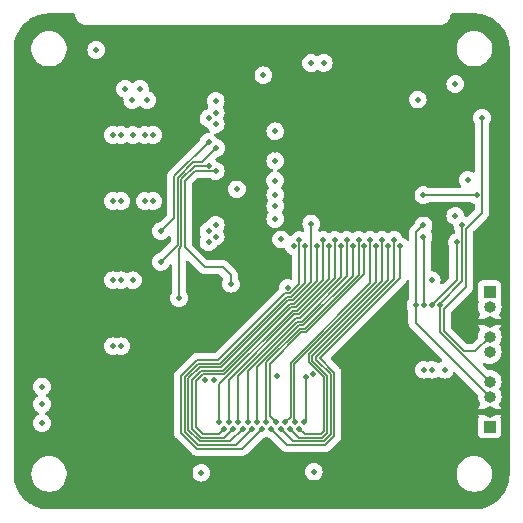
<source format=gbr>
%TF.GenerationSoftware,KiCad,Pcbnew,7.0.6*%
%TF.CreationDate,2023-09-15T14:04:58+02:00*%
%TF.ProjectId,V8,56382e6b-6963-4616-945f-706362585858,rev?*%
%TF.SameCoordinates,Original*%
%TF.FileFunction,Copper,L2,Inr*%
%TF.FilePolarity,Positive*%
%FSLAX46Y46*%
G04 Gerber Fmt 4.6, Leading zero omitted, Abs format (unit mm)*
G04 Created by KiCad (PCBNEW 7.0.6) date 2023-09-15 14:04:58*
%MOMM*%
%LPD*%
G01*
G04 APERTURE LIST*
%TA.AperFunction,ComponentPad*%
%ADD10R,1.000000X1.000000*%
%TD*%
%TA.AperFunction,ComponentPad*%
%ADD11O,1.000000X1.000000*%
%TD*%
%TA.AperFunction,ViaPad*%
%ADD12C,0.500000*%
%TD*%
%TA.AperFunction,Conductor*%
%ADD13C,0.200000*%
%TD*%
G04 APERTURE END LIST*
D10*
%TO.N,DCap*%
%TO.C,J8*%
X169300000Y-102590000D03*
D11*
%TO.N,SWCLK*%
X169300000Y-103860000D03*
%TO.N,OB GND*%
X169300000Y-105130000D03*
%TO.N,SWDIO*%
X169300000Y-106400000D03*
%TO.N,NRST*%
X169300000Y-107670000D03*
%TD*%
D10*
%TO.N,DCap*%
%TO.C,J2*%
X169300000Y-114000000D03*
D11*
%TO.N,OB GND*%
X169300000Y-112730000D03*
%TO.N,USART TX*%
X169300000Y-111460000D03*
%TO.N,USART RX*%
X169300000Y-110190000D03*
%TD*%
D12*
%TO.N,OB VBat*%
X151300000Y-109700000D03*
%TO.N,OPA1*%
X140800000Y-89300000D03*
X146100000Y-96900000D03*
%TO.N,1-*%
X140100000Y-89300000D03*
%TO.N,2-*%
X138100000Y-89300000D03*
%TO.N,OPA2*%
X145500000Y-97414069D03*
X137400000Y-89300000D03*
%TO.N,3-*%
X138100000Y-94900000D03*
%TO.N,OPA3*%
X146100000Y-97900000D03*
X137400000Y-94900000D03*
%TO.N,OPA4*%
X145500000Y-98400000D03*
X140800000Y-94900000D03*
%TO.N,4-*%
X140100000Y-94900000D03*
%TO.N,OPA5*%
X137400000Y-107200000D03*
X152700000Y-98700000D03*
%TO.N,5-*%
X138100000Y-107200000D03*
%TO.N,OPA6*%
X137400000Y-101600000D03*
X151650000Y-98150000D03*
%TO.N,6-*%
X138100000Y-101600000D03*
%TO.N,OB GND*%
X161900000Y-103700000D03*
X139100000Y-107200000D03*
X137400000Y-85400000D03*
X158880000Y-118000000D03*
X149400000Y-82400000D03*
X153050000Y-83200000D03*
X139100000Y-94900000D03*
X158900000Y-108900000D03*
X162550000Y-109180000D03*
X167020000Y-85700000D03*
X150100000Y-102200000D03*
X144500000Y-95500000D03*
X145200000Y-110005566D03*
X146000000Y-104400000D03*
X144000000Y-100700500D03*
X144750000Y-88900000D03*
X151150000Y-90600000D03*
X151150000Y-86425000D03*
X144800000Y-93300000D03*
X138052500Y-98750000D03*
X143300000Y-90650000D03*
%TO.N,Net-(U2-C1)*%
X139700000Y-85400000D03*
%TO.N,OSC_IN*%
X145500000Y-91900000D03*
X143000000Y-103100000D03*
%TO.N,OSC_OUT*%
X147400000Y-101900000D03*
X146100000Y-92349500D03*
%TO.N,OSC32_IN*%
X141452500Y-97450000D03*
X145500000Y-89900000D03*
%TO.N,Net-(U2-CAP)*%
X138437209Y-85408567D03*
%TO.N,OSC32_OUT*%
X146150500Y-90400000D03*
X141452500Y-100050000D03*
%TO.N,NRST*%
X147900000Y-93900000D03*
%TO.N,SPI NSS*%
X151150000Y-95300000D03*
X146100000Y-87400000D03*
%TO.N,SPI MOSI*%
X146100000Y-88400000D03*
%TO.N,SPI SCK*%
X146100000Y-86400000D03*
X151150000Y-91491144D03*
%TO.N,SPI MISO*%
X145500000Y-87900000D03*
%TO.N,OB SDA*%
X163725000Y-109180000D03*
%TO.N,OB SDB*%
X164425000Y-109180000D03*
%TO.N,OB SCK*%
X163700000Y-94400000D03*
X168200000Y-94400000D03*
%TO.N,OB PPS*%
X153600000Y-113600000D03*
X153750000Y-109800000D03*
%TO.N,USART RX*%
X165125000Y-103680000D03*
X167000000Y-96900000D03*
%TO.N,RS 485 RE*%
X164425000Y-103680000D03*
X166500000Y-98400000D03*
%TO.N,RS 485 DE*%
X163700000Y-97900000D03*
X163725000Y-103680000D03*
%TO.N,USART TX*%
X163700000Y-96950000D03*
X163025000Y-103680000D03*
%TO.N,DCap*%
X139100000Y-89300000D03*
X165500000Y-109180000D03*
X131400000Y-110600000D03*
X151150000Y-94350000D03*
X155250000Y-83200000D03*
X150150000Y-84250000D03*
X139100000Y-101600000D03*
X164400000Y-101600000D03*
X139050000Y-86350000D03*
X151150000Y-89000000D03*
X136000000Y-82100000D03*
X131400000Y-113700000D03*
X166400000Y-85000000D03*
X140299383Y-86350000D03*
X151142845Y-93157155D03*
X152200000Y-102250000D03*
X151150000Y-96400000D03*
X166400000Y-96150000D03*
X131400000Y-112100000D03*
X167450000Y-93100000D03*
%TO.N,OB 3v3*%
X154375354Y-109574647D03*
X144900000Y-117900000D03*
%TO.N,A02*%
X153200000Y-114200000D03*
X160200000Y-98200000D03*
%TO.N,A04*%
X160700000Y-98700000D03*
X152400000Y-114200000D03*
%TO.N,A06*%
X151600000Y-114200000D03*
X161200000Y-98200000D03*
%TO.N,A08*%
X150800000Y-114200000D03*
X161700000Y-98700000D03*
%TO.N,B02*%
X152800000Y-113600000D03*
X159700000Y-98700000D03*
%TO.N,B04*%
X152000000Y-113600000D03*
X159200000Y-98200000D03*
%TO.N,B06*%
X151200000Y-113600000D03*
X158700000Y-98700000D03*
%TO.N,B08*%
X150400000Y-113600000D03*
X158200000Y-98200000D03*
%TO.N,C01*%
X150000000Y-114200000D03*
X153200000Y-98200000D03*
%TO.N,C03*%
X153700000Y-98700000D03*
X149200000Y-114200000D03*
%TO.N,C05*%
X148400000Y-114200000D03*
X154200000Y-96800000D03*
%TO.N,C07*%
X147600000Y-114200000D03*
X154700000Y-98700000D03*
%TO.N,C09*%
X155200000Y-98200000D03*
X146800000Y-114200000D03*
%TO.N,D01*%
X157700000Y-98700000D03*
X149600000Y-113600000D03*
%TO.N,D03*%
X157200000Y-98200000D03*
X148800000Y-113600000D03*
%TO.N,D05*%
X148000000Y-113600000D03*
X156700000Y-98700000D03*
%TO.N,D07*%
X147200000Y-113600000D03*
X156200000Y-98200000D03*
%TO.N,D09*%
X155700000Y-98700000D03*
X146400000Y-113600000D03*
%TO.N,SWCLK*%
X163200000Y-86300000D03*
%TO.N,SWDIO*%
X168650000Y-87850000D03*
%TO.N,BOOT*%
X154182155Y-83217845D03*
%TO.N,OB 5v*%
X154400000Y-117800000D03*
X146000000Y-110005566D03*
%TD*%
D13*
%TO.N,B04*%
X152450000Y-113150000D02*
X152000000Y-113600000D01*
X152450000Y-108577565D02*
X152450000Y-113150000D01*
X159200000Y-101827565D02*
X152450000Y-108577565D01*
X159200000Y-98200000D02*
X159200000Y-101827565D01*
%TO.N,B06*%
X153366904Y-106000000D02*
X150700000Y-108666904D01*
X150700000Y-113100000D02*
X151200000Y-113600000D01*
X153753301Y-106000000D02*
X153366904Y-106000000D01*
X150700000Y-108666904D02*
X150700000Y-113100000D01*
X158700000Y-101053301D02*
X153753301Y-106000000D01*
X158700000Y-98700000D02*
X158700000Y-101053301D01*
%TO.N,B08*%
X153629037Y-105700000D02*
X153242640Y-105700000D01*
X150400000Y-108542640D02*
X150400000Y-113600000D01*
X158200000Y-101129037D02*
X153629037Y-105700000D01*
X158200000Y-98200000D02*
X158200000Y-101129037D01*
X153242640Y-105700000D02*
X150400000Y-108542640D01*
%TO.N,D01*%
X153118376Y-105400000D02*
X149600000Y-108918376D01*
X153504773Y-105400000D02*
X153118376Y-105400000D01*
X157700000Y-101204773D02*
X153504773Y-105400000D01*
X149600000Y-108918376D02*
X149600000Y-113600000D01*
X157700000Y-98700000D02*
X157700000Y-101204773D01*
%TO.N,D03*%
X148800000Y-109294112D02*
X148800000Y-113600000D01*
X152994112Y-105100000D02*
X148800000Y-109294112D01*
X153380509Y-105100000D02*
X152994112Y-105100000D01*
X157200000Y-101280509D02*
X153380509Y-105100000D01*
X157200000Y-98200000D02*
X157200000Y-101280509D01*
%TO.N,D05*%
X153256245Y-104800000D02*
X152869848Y-104800000D01*
X148000000Y-109669848D02*
X148000000Y-113600000D01*
X156700000Y-101356245D02*
X153256245Y-104800000D01*
X152869848Y-104800000D02*
X148000000Y-109669848D01*
X156700000Y-98700000D02*
X156700000Y-101356245D01*
%TO.N,D07*%
X147200000Y-110045584D02*
X147200000Y-113600000D01*
X152745584Y-104500000D02*
X147200000Y-110045584D01*
X156200000Y-101431981D02*
X153131981Y-104500000D01*
X156200000Y-98200000D02*
X156200000Y-101431981D01*
X153131981Y-104500000D02*
X152745584Y-104500000D01*
%TO.N,D09*%
X153007717Y-104200000D02*
X152621320Y-104200000D01*
X152621320Y-104200000D02*
X146400000Y-110421320D01*
X155700000Y-101507717D02*
X153007717Y-104200000D01*
X146400000Y-110421320D02*
X146400000Y-113600000D01*
X155700000Y-98700000D02*
X155700000Y-101507717D01*
%TO.N,C09*%
X146350000Y-114650000D02*
X146800000Y-114200000D01*
X145013603Y-114650000D02*
X146350000Y-114650000D01*
X144400000Y-114036397D02*
X145013603Y-114650000D01*
X146841490Y-109555566D02*
X145013603Y-109555566D01*
X145013603Y-109555566D02*
X144400000Y-110169169D01*
X152497056Y-103900000D02*
X146841490Y-109555566D01*
X152883453Y-103900000D02*
X152497056Y-103900000D01*
X155200000Y-101583453D02*
X152883453Y-103900000D01*
X144400000Y-110169169D02*
X144400000Y-114036397D01*
X155200000Y-98200000D02*
X155200000Y-101583453D01*
%TO.N,C07*%
X146850000Y-114950000D02*
X147600000Y-114200000D01*
X144889339Y-114950000D02*
X146850000Y-114950000D01*
X144100000Y-114160661D02*
X144889339Y-114950000D01*
X144889339Y-109255566D02*
X144100000Y-110044905D01*
X144100000Y-110044905D02*
X144100000Y-114160661D01*
X146717226Y-109255566D02*
X144889339Y-109255566D01*
X152759189Y-103600000D02*
X152372792Y-103600000D01*
X152372792Y-103600000D02*
X146717226Y-109255566D01*
X154700000Y-101659189D02*
X152759189Y-103600000D01*
X154700000Y-98700000D02*
X154700000Y-101659189D01*
%TO.N,C05*%
X144765075Y-115250000D02*
X147350000Y-115250000D01*
X143800000Y-114284925D02*
X144765075Y-115250000D01*
X144765075Y-108955566D02*
X143800000Y-109920641D01*
X152634925Y-103300000D02*
X152248528Y-103300000D01*
X143800000Y-109920641D02*
X143800000Y-114284925D01*
X154200000Y-101734925D02*
X152634925Y-103300000D01*
X154200000Y-96800000D02*
X154200000Y-101734925D01*
X147350000Y-115250000D02*
X148400000Y-114200000D01*
X152248528Y-103300000D02*
X146592962Y-108955566D01*
X146592962Y-108955566D02*
X144765075Y-108955566D01*
%TO.N,C03*%
X147850000Y-115550000D02*
X149200000Y-114200000D01*
X144640811Y-115550000D02*
X147850000Y-115550000D01*
X143500000Y-114409189D02*
X144640811Y-115550000D01*
X143500000Y-109796377D02*
X143500000Y-114409189D01*
X146468698Y-108655566D02*
X144640811Y-108655566D01*
X144640811Y-108655566D02*
X143500000Y-109796377D01*
X152510661Y-103000000D02*
X152124264Y-103000000D01*
X153700000Y-98700000D02*
X153700000Y-101810661D01*
X153700000Y-101810661D02*
X152510661Y-103000000D01*
X152124264Y-103000000D02*
X146468698Y-108655566D01*
%TO.N,C01*%
X144516547Y-115850000D02*
X148350000Y-115850000D01*
X143200000Y-109672113D02*
X143200000Y-114533453D01*
X152000000Y-102700000D02*
X146344434Y-108355566D01*
X148350000Y-115850000D02*
X150000000Y-114200000D01*
X146344434Y-108355566D02*
X144516547Y-108355566D01*
X153200000Y-101886397D02*
X152386397Y-102700000D01*
X144516547Y-108355566D02*
X143200000Y-109672113D01*
X143200000Y-114533453D02*
X144516547Y-115850000D01*
X153200000Y-98200000D02*
X153200000Y-101886397D01*
X152386397Y-102700000D02*
X152000000Y-102700000D01*
%TO.N,OSC_IN*%
X143200000Y-98726764D02*
X143200000Y-93048528D01*
X143200000Y-93048528D02*
X144348528Y-91900000D01*
X144348528Y-91900000D02*
X145500000Y-91900000D01*
X143000000Y-103100000D02*
X143000000Y-98926764D01*
X143000000Y-98926764D02*
X143200000Y-98726764D01*
%TO.N,OSC_OUT*%
X143500000Y-98800000D02*
X145200000Y-100500000D01*
X146100000Y-92349500D02*
X144323292Y-92349500D01*
X144323292Y-92349500D02*
X143500000Y-93172792D01*
X145200000Y-100500000D02*
X146700000Y-100500000D01*
X146700000Y-100500000D02*
X147400000Y-101200000D01*
X147400000Y-101200000D02*
X147400000Y-101900000D01*
X143500000Y-93172792D02*
X143500000Y-98800000D01*
%TO.N,OSC32_IN*%
X142600000Y-96302500D02*
X141452500Y-97450000D01*
X145500000Y-89900000D02*
X142600000Y-92800000D01*
X142600000Y-92800000D02*
X142600000Y-96302500D01*
%TO.N,OSC32_OUT*%
X142900000Y-92924264D02*
X142900000Y-98602500D01*
X144950500Y-91600000D02*
X144224264Y-91600000D01*
X142900000Y-98602500D02*
X141452500Y-100050000D01*
X144224264Y-91600000D02*
X142900000Y-92924264D01*
X146150500Y-90400000D02*
X144950500Y-91600000D01*
%TO.N,OB SCK*%
X168200000Y-94400000D02*
X163700000Y-94400000D01*
%TO.N,OB PPS*%
X153750000Y-109800000D02*
X153750000Y-113450000D01*
X153750000Y-113450000D02*
X153600000Y-113600000D01*
%TO.N,USART RX*%
X167000000Y-101700000D02*
X165125000Y-103575000D01*
X165125000Y-103575000D02*
X165125000Y-103680000D01*
X165125000Y-106015000D02*
X169300000Y-110190000D01*
X167000000Y-96900000D02*
X167000000Y-101700000D01*
X165125000Y-103680000D02*
X165125000Y-106015000D01*
%TO.N,RS 485 RE*%
X166500000Y-98400000D02*
X166500000Y-101605000D01*
X166500000Y-101605000D02*
X164425000Y-103680000D01*
%TO.N,RS 485 DE*%
X163725000Y-97925000D02*
X163700000Y-97900000D01*
X163725000Y-103680000D02*
X163725000Y-97925000D01*
%TO.N,USART TX*%
X163025000Y-105185000D02*
X169300000Y-111460000D01*
X163100000Y-97550000D02*
X163100000Y-103605000D01*
X163100000Y-103605000D02*
X163025000Y-103680000D01*
X163700000Y-96950000D02*
X163100000Y-97550000D01*
X163025000Y-103680000D02*
X163025000Y-105185000D01*
%TO.N,A02*%
X154000000Y-108563603D02*
X154000000Y-107876093D01*
X154000000Y-107876093D02*
X160200000Y-101676093D01*
X155250000Y-114386397D02*
X155250000Y-109813603D01*
X155250000Y-109813603D02*
X154000000Y-108563603D01*
X154986397Y-114650000D02*
X155250000Y-114386397D01*
X153650000Y-114650000D02*
X154986397Y-114650000D01*
X160200000Y-101676093D02*
X160200000Y-98200000D01*
X153200000Y-114200000D02*
X153650000Y-114650000D01*
%TO.N,A04*%
X155110661Y-114950000D02*
X153150000Y-114950000D01*
X160700000Y-98700000D02*
X160700000Y-101600357D01*
X153150000Y-114950000D02*
X152400000Y-114200000D01*
X155550000Y-109689339D02*
X155550000Y-114510661D01*
X155550000Y-114510661D02*
X155110661Y-114950000D01*
X160700000Y-101600357D02*
X154300000Y-108000357D01*
X154300000Y-108439339D02*
X155550000Y-109689339D01*
X154300000Y-108000357D02*
X154300000Y-108439339D01*
%TO.N,A06*%
X152650000Y-115250000D02*
X151600000Y-114200000D01*
X154600000Y-108315075D02*
X155850000Y-109565075D01*
X161200000Y-101524621D02*
X154600000Y-108124621D01*
X161200000Y-98200000D02*
X161200000Y-101524621D01*
X154600000Y-108124621D02*
X154600000Y-108315075D01*
X155234925Y-115250000D02*
X152650000Y-115250000D01*
X155850000Y-114634925D02*
X155234925Y-115250000D01*
X155850000Y-109565075D02*
X155850000Y-114634925D01*
%TO.N,A08*%
X152150000Y-115550000D02*
X150800000Y-114200000D01*
X161700000Y-101448885D02*
X154929037Y-108219848D01*
X155359189Y-115550000D02*
X152150000Y-115550000D01*
X154929037Y-108219848D02*
X156150000Y-109440811D01*
X156150000Y-109440811D02*
X156150000Y-114759189D01*
X156150000Y-114759189D02*
X155359189Y-115550000D01*
X161700000Y-98700000D02*
X161700000Y-101448885D01*
%TO.N,B02*%
X159700000Y-98700000D02*
X159700000Y-101751829D01*
X159700000Y-101751829D02*
X152750000Y-108701829D01*
X152750000Y-113550000D02*
X152800000Y-113600000D01*
X152750000Y-108701829D02*
X152750000Y-113550000D01*
%TO.N,SWDIO*%
X168650000Y-95886397D02*
X167300000Y-97236397D01*
X168100000Y-107600000D02*
X169300000Y-106400000D01*
X165425000Y-104075000D02*
X165425000Y-105890736D01*
X167134264Y-107600000D02*
X168100000Y-107600000D01*
X165425000Y-105890736D02*
X167134264Y-107600000D01*
X167300000Y-97236397D02*
X167300000Y-102200000D01*
X168650000Y-87850000D02*
X168650000Y-95886397D01*
X167300000Y-102200000D02*
X165425000Y-104075000D01*
%TD*%
%TA.AperFunction,Conductor*%
%TO.N,OB GND*%
G36*
X134154245Y-79020185D02*
G01*
X134200000Y-79072989D01*
X134209321Y-79102964D01*
X134214370Y-79131603D01*
X134217691Y-79150436D01*
X134216369Y-79162283D01*
X134223433Y-79185570D01*
X134225162Y-79192807D01*
X134237000Y-79259940D01*
X134265216Y-79337461D01*
X134266047Y-79350543D01*
X134274211Y-79365817D01*
X134281374Y-79381858D01*
X134296874Y-79424443D01*
X134296878Y-79424451D01*
X134345630Y-79508892D01*
X134349113Y-79523248D01*
X134358870Y-79535138D01*
X134370402Y-79551798D01*
X134372580Y-79555570D01*
X134384407Y-79576055D01*
X134384410Y-79576059D01*
X134387514Y-79580492D01*
X134387141Y-79580752D01*
X134396493Y-79594588D01*
X134398382Y-79598122D01*
X134416841Y-79614710D01*
X134455962Y-79661331D01*
X134462540Y-79676361D01*
X134473006Y-79684950D01*
X134489330Y-79701097D01*
X134496938Y-79710164D01*
X134506004Y-79717771D01*
X134522152Y-79734096D01*
X134526293Y-79739142D01*
X134545771Y-79751140D01*
X134592391Y-79790258D01*
X134602296Y-79805146D01*
X134612513Y-79810607D01*
X134626345Y-79819958D01*
X134626607Y-79819586D01*
X134631043Y-79822692D01*
X134631047Y-79822694D01*
X134631048Y-79822695D01*
X134655306Y-79836700D01*
X134671967Y-79848231D01*
X134678933Y-79853947D01*
X134698211Y-79861471D01*
X134782660Y-79910227D01*
X134825256Y-79925730D01*
X134841295Y-79932892D01*
X134851531Y-79938363D01*
X134869640Y-79941884D01*
X134947168Y-79970102D01*
X135014298Y-79981938D01*
X135021534Y-79983667D01*
X135039787Y-79989203D01*
X135056660Y-79989407D01*
X135119574Y-80000501D01*
X135207107Y-80000500D01*
X135209142Y-80000500D01*
X135215224Y-80000799D01*
X135251489Y-80004371D01*
X135274334Y-80000500D01*
X164904031Y-80000500D01*
X164925648Y-80006847D01*
X164988291Y-80000788D01*
X164994264Y-80000500D01*
X165087528Y-80000500D01*
X165087532Y-80000500D01*
X165150646Y-79989371D01*
X165162445Y-79990687D01*
X165185617Y-79983658D01*
X165192843Y-79981931D01*
X165259938Y-79970101D01*
X165259943Y-79970099D01*
X165259944Y-79970099D01*
X165298880Y-79955927D01*
X165337589Y-79941837D01*
X165350637Y-79941008D01*
X165365852Y-79932876D01*
X165381893Y-79925712D01*
X165424445Y-79910225D01*
X165508973Y-79861421D01*
X165523309Y-79857943D01*
X165535172Y-79848208D01*
X165551825Y-79836681D01*
X165576055Y-79822692D01*
X165576060Y-79822687D01*
X165580491Y-79819586D01*
X165580755Y-79819964D01*
X165594566Y-79810623D01*
X165598087Y-79808740D01*
X165614657Y-79790300D01*
X165661395Y-79751083D01*
X165676406Y-79744514D01*
X165684975Y-79734073D01*
X165701126Y-79717745D01*
X165710163Y-79710163D01*
X165717745Y-79701126D01*
X165734073Y-79684975D01*
X165739100Y-79680849D01*
X165751081Y-79661398D01*
X165790298Y-79614660D01*
X165805171Y-79604765D01*
X165810623Y-79594566D01*
X165819964Y-79580755D01*
X165819586Y-79580491D01*
X165822687Y-79576061D01*
X165822687Y-79576060D01*
X165822692Y-79576055D01*
X165836681Y-79551825D01*
X165848208Y-79535172D01*
X165853904Y-79528230D01*
X165861422Y-79508973D01*
X165878084Y-79480115D01*
X165910225Y-79424445D01*
X165925712Y-79381893D01*
X165932876Y-79365852D01*
X165938319Y-79355668D01*
X165941838Y-79337589D01*
X165970099Y-79259944D01*
X165970100Y-79259940D01*
X165970101Y-79259938D01*
X165981931Y-79192843D01*
X165983658Y-79185617D01*
X165989166Y-79167459D01*
X165989370Y-79150649D01*
X165997778Y-79102965D01*
X166028805Y-79040364D01*
X166088753Y-79004474D01*
X166119894Y-79000500D01*
X167998378Y-79000500D01*
X168001619Y-79000584D01*
X168133628Y-79007503D01*
X168317027Y-79017803D01*
X168323212Y-79018465D01*
X168475647Y-79042608D01*
X168638194Y-79070226D01*
X168643811Y-79071453D01*
X168796693Y-79112418D01*
X168889122Y-79139046D01*
X168951724Y-79157082D01*
X168956759Y-79158769D01*
X169106183Y-79216127D01*
X169254007Y-79277358D01*
X169258412Y-79279388D01*
X169324180Y-79312899D01*
X169401921Y-79352511D01*
X169456514Y-79382683D01*
X169541480Y-79429641D01*
X169545215Y-79431882D01*
X169619487Y-79480115D01*
X169680872Y-79519980D01*
X169731032Y-79555570D01*
X169810764Y-79612142D01*
X169813886Y-79614510D01*
X169938748Y-79715621D01*
X169941034Y-79717567D01*
X170019413Y-79787610D01*
X170058669Y-79822692D01*
X170058721Y-79822738D01*
X170061248Y-79825128D01*
X170174870Y-79938750D01*
X170177260Y-79941277D01*
X170282431Y-80058964D01*
X170284385Y-80061260D01*
X170385480Y-80186102D01*
X170387862Y-80189243D01*
X170480019Y-80319127D01*
X170533758Y-80401875D01*
X170568106Y-80454767D01*
X170570364Y-80458531D01*
X170647488Y-80598078D01*
X170720604Y-80741575D01*
X170722643Y-80745997D01*
X170783877Y-80893829D01*
X170841221Y-81043217D01*
X170842916Y-81048273D01*
X170887579Y-81203297D01*
X170928541Y-81356171D01*
X170929778Y-81361835D01*
X170957394Y-81524369D01*
X170981530Y-81676758D01*
X170982196Y-81682985D01*
X170992509Y-81866617D01*
X170999415Y-81998377D01*
X170999500Y-82001623D01*
X170999500Y-117998376D01*
X170999415Y-118001622D01*
X170992509Y-118133382D01*
X170982196Y-118317013D01*
X170981530Y-118323240D01*
X170957394Y-118475630D01*
X170929778Y-118638163D01*
X170928541Y-118643827D01*
X170887579Y-118796702D01*
X170842916Y-118951725D01*
X170841221Y-118956781D01*
X170783877Y-119106170D01*
X170722643Y-119254001D01*
X170720604Y-119258423D01*
X170647488Y-119401921D01*
X170570364Y-119541467D01*
X170568097Y-119545246D01*
X170480019Y-119680872D01*
X170387862Y-119810755D01*
X170385480Y-119813896D01*
X170284385Y-119938738D01*
X170282431Y-119941034D01*
X170177260Y-120058721D01*
X170174870Y-120061248D01*
X170061248Y-120174870D01*
X170058721Y-120177260D01*
X169941034Y-120282431D01*
X169938738Y-120284385D01*
X169813896Y-120385480D01*
X169810755Y-120387862D01*
X169680872Y-120480019D01*
X169545246Y-120568097D01*
X169541467Y-120570364D01*
X169401921Y-120647488D01*
X169258423Y-120720604D01*
X169254001Y-120722643D01*
X169106170Y-120783877D01*
X168956781Y-120841221D01*
X168951725Y-120842916D01*
X168796702Y-120887579D01*
X168643827Y-120928541D01*
X168638163Y-120929778D01*
X168475630Y-120957394D01*
X168323240Y-120981530D01*
X168317013Y-120982196D01*
X168133382Y-120992509D01*
X168001622Y-120999415D01*
X167998376Y-120999500D01*
X132001624Y-120999500D01*
X131998378Y-120999415D01*
X131866617Y-120992509D01*
X131682985Y-120982196D01*
X131676758Y-120981530D01*
X131524369Y-120957394D01*
X131361835Y-120929778D01*
X131356171Y-120928541D01*
X131203297Y-120887579D01*
X131048273Y-120842916D01*
X131043217Y-120841221D01*
X130893829Y-120783877D01*
X130745997Y-120722643D01*
X130741575Y-120720604D01*
X130598078Y-120647488D01*
X130458531Y-120570364D01*
X130454767Y-120568106D01*
X130401875Y-120533758D01*
X130319127Y-120480019D01*
X130189243Y-120387862D01*
X130186102Y-120385480D01*
X130061260Y-120284385D01*
X130058964Y-120282431D01*
X129941277Y-120177260D01*
X129938750Y-120174870D01*
X129825128Y-120061248D01*
X129822738Y-120058721D01*
X129717567Y-119941034D01*
X129715613Y-119938738D01*
X129676848Y-119890867D01*
X129614510Y-119813886D01*
X129612136Y-119810755D01*
X129519980Y-119680872D01*
X129487406Y-119630715D01*
X129431882Y-119545215D01*
X129429641Y-119541480D01*
X129364748Y-119424063D01*
X129352511Y-119401921D01*
X129312896Y-119324173D01*
X129279388Y-119258412D01*
X129277358Y-119254007D01*
X129216122Y-119106170D01*
X129158769Y-118956759D01*
X129157082Y-118951724D01*
X129139046Y-118889122D01*
X129112414Y-118796679D01*
X129107316Y-118777652D01*
X129071453Y-118643811D01*
X129070226Y-118638194D01*
X129042601Y-118475606D01*
X129018465Y-118323212D01*
X129017803Y-118317027D01*
X129007490Y-118133382D01*
X129007016Y-118124335D01*
X130499500Y-118124335D01*
X130513142Y-118206094D01*
X130540429Y-118369616D01*
X130621169Y-118604802D01*
X130621172Y-118604811D01*
X130739524Y-118823506D01*
X130739526Y-118823509D01*
X130892262Y-119019744D01*
X130986133Y-119106158D01*
X131075217Y-119188166D01*
X131283393Y-119324173D01*
X131511118Y-119424063D01*
X131752175Y-119485107D01*
X131752179Y-119485108D01*
X131752181Y-119485108D01*
X131752186Y-119485109D01*
X131885376Y-119496145D01*
X131937933Y-119500500D01*
X131937935Y-119500500D01*
X132062065Y-119500500D01*
X132062067Y-119500500D01*
X132123284Y-119495427D01*
X132247813Y-119485109D01*
X132247816Y-119485108D01*
X132247821Y-119485108D01*
X132488881Y-119424063D01*
X132716607Y-119324173D01*
X132924785Y-119188164D01*
X133107738Y-119019744D01*
X133260474Y-118823509D01*
X133378828Y-118604810D01*
X133459571Y-118369614D01*
X133500500Y-118124335D01*
X133500500Y-117900002D01*
X144144751Y-117900002D01*
X144163685Y-118068056D01*
X144219545Y-118227694D01*
X144219547Y-118227697D01*
X144309518Y-118370884D01*
X144309523Y-118370890D01*
X144429109Y-118490476D01*
X144429115Y-118490481D01*
X144572302Y-118580452D01*
X144572305Y-118580454D01*
X144572309Y-118580455D01*
X144572310Y-118580456D01*
X144641887Y-118604802D01*
X144731943Y-118636314D01*
X144899997Y-118655249D01*
X144900000Y-118655249D01*
X144900003Y-118655249D01*
X145068056Y-118636314D01*
X145104302Y-118623631D01*
X145227690Y-118580456D01*
X145227692Y-118580454D01*
X145227694Y-118580454D01*
X145227697Y-118580452D01*
X145370884Y-118490481D01*
X145370885Y-118490480D01*
X145370890Y-118490477D01*
X145490477Y-118370890D01*
X145524322Y-118317027D01*
X145580452Y-118227697D01*
X145580454Y-118227694D01*
X145580454Y-118227692D01*
X145580456Y-118227690D01*
X145636313Y-118068059D01*
X145636313Y-118068058D01*
X145636314Y-118068056D01*
X145655249Y-117900002D01*
X145655249Y-117899997D01*
X145643982Y-117800002D01*
X153644751Y-117800002D01*
X153663685Y-117968056D01*
X153719545Y-118127694D01*
X153719547Y-118127697D01*
X153809518Y-118270884D01*
X153809523Y-118270890D01*
X153929109Y-118390476D01*
X153929115Y-118390481D01*
X154072302Y-118480452D01*
X154072305Y-118480454D01*
X154072309Y-118480455D01*
X154072310Y-118480456D01*
X154100946Y-118490476D01*
X154231943Y-118536314D01*
X154399997Y-118555249D01*
X154400000Y-118555249D01*
X154400003Y-118555249D01*
X154568056Y-118536314D01*
X154568059Y-118536313D01*
X154727690Y-118480456D01*
X154727692Y-118480454D01*
X154727694Y-118480454D01*
X154727697Y-118480452D01*
X154870884Y-118390481D01*
X154870885Y-118390480D01*
X154870890Y-118390477D01*
X154990477Y-118270890D01*
X155061882Y-118157250D01*
X155080452Y-118127697D01*
X155080454Y-118127694D01*
X155080454Y-118127692D01*
X155080456Y-118127690D01*
X155081630Y-118124335D01*
X166499500Y-118124335D01*
X166513142Y-118206094D01*
X166540429Y-118369616D01*
X166621169Y-118604802D01*
X166621172Y-118604811D01*
X166739524Y-118823506D01*
X166739526Y-118823509D01*
X166892262Y-119019744D01*
X166986133Y-119106158D01*
X167075217Y-119188166D01*
X167283393Y-119324173D01*
X167511118Y-119424063D01*
X167752175Y-119485107D01*
X167752179Y-119485108D01*
X167752181Y-119485108D01*
X167752186Y-119485109D01*
X167885376Y-119496145D01*
X167937933Y-119500500D01*
X167937935Y-119500500D01*
X168062065Y-119500500D01*
X168062067Y-119500500D01*
X168123284Y-119495427D01*
X168247813Y-119485109D01*
X168247816Y-119485108D01*
X168247821Y-119485108D01*
X168488881Y-119424063D01*
X168716607Y-119324173D01*
X168924785Y-119188164D01*
X169107738Y-119019744D01*
X169260474Y-118823509D01*
X169378828Y-118604810D01*
X169459571Y-118369614D01*
X169500500Y-118124335D01*
X169500500Y-117875665D01*
X169459571Y-117630386D01*
X169378828Y-117395190D01*
X169260474Y-117176491D01*
X169107738Y-116980256D01*
X168924785Y-116811836D01*
X168924782Y-116811833D01*
X168716606Y-116675826D01*
X168488881Y-116575936D01*
X168247824Y-116514892D01*
X168247813Y-116514890D01*
X168082548Y-116501197D01*
X168062067Y-116499500D01*
X167937933Y-116499500D01*
X167918521Y-116501108D01*
X167752186Y-116514890D01*
X167752175Y-116514892D01*
X167511118Y-116575936D01*
X167283393Y-116675826D01*
X167075217Y-116811833D01*
X166892261Y-116980257D01*
X166739524Y-117176493D01*
X166621172Y-117395188D01*
X166621169Y-117395197D01*
X166540429Y-117630383D01*
X166512126Y-117800000D01*
X166499500Y-117875665D01*
X166499500Y-118124335D01*
X155081630Y-118124335D01*
X155136313Y-117968059D01*
X155136313Y-117968058D01*
X155136314Y-117968056D01*
X155155249Y-117800002D01*
X155155249Y-117799997D01*
X155136314Y-117631943D01*
X155080454Y-117472305D01*
X155080452Y-117472302D01*
X154990481Y-117329115D01*
X154990476Y-117329109D01*
X154870890Y-117209523D01*
X154870884Y-117209518D01*
X154727697Y-117119547D01*
X154727694Y-117119545D01*
X154568056Y-117063685D01*
X154400003Y-117044751D01*
X154399997Y-117044751D01*
X154231943Y-117063685D01*
X154072305Y-117119545D01*
X154072302Y-117119547D01*
X153929115Y-117209518D01*
X153929109Y-117209523D01*
X153809523Y-117329109D01*
X153809518Y-117329115D01*
X153719547Y-117472302D01*
X153719545Y-117472305D01*
X153663685Y-117631943D01*
X153644751Y-117799997D01*
X153644751Y-117800002D01*
X145643982Y-117800002D01*
X145636314Y-117731943D01*
X145600778Y-117630386D01*
X145580456Y-117572310D01*
X145580455Y-117572309D01*
X145580454Y-117572305D01*
X145580452Y-117572302D01*
X145490481Y-117429115D01*
X145490476Y-117429109D01*
X145370890Y-117309523D01*
X145370884Y-117309518D01*
X145227697Y-117219547D01*
X145227694Y-117219545D01*
X145068056Y-117163685D01*
X144900003Y-117144751D01*
X144899997Y-117144751D01*
X144731943Y-117163685D01*
X144572305Y-117219545D01*
X144572302Y-117219547D01*
X144429115Y-117309518D01*
X144429109Y-117309523D01*
X144309523Y-117429109D01*
X144309518Y-117429115D01*
X144219547Y-117572302D01*
X144219545Y-117572305D01*
X144163685Y-117731943D01*
X144144751Y-117899997D01*
X144144751Y-117900002D01*
X133500500Y-117900002D01*
X133500500Y-117875665D01*
X133459571Y-117630386D01*
X133378828Y-117395190D01*
X133260474Y-117176491D01*
X133107738Y-116980256D01*
X132924785Y-116811836D01*
X132924782Y-116811833D01*
X132716606Y-116675826D01*
X132488881Y-116575936D01*
X132247824Y-116514892D01*
X132247813Y-116514890D01*
X132082548Y-116501197D01*
X132062067Y-116499500D01*
X131937933Y-116499500D01*
X131918521Y-116501108D01*
X131752186Y-116514890D01*
X131752175Y-116514892D01*
X131511118Y-116575936D01*
X131283393Y-116675826D01*
X131075217Y-116811833D01*
X130892261Y-116980257D01*
X130739524Y-117176493D01*
X130621172Y-117395188D01*
X130621169Y-117395197D01*
X130540429Y-117630383D01*
X130512126Y-117800000D01*
X130499500Y-117875665D01*
X130499500Y-118124335D01*
X129007016Y-118124335D01*
X129000584Y-118001620D01*
X129000500Y-117998377D01*
X129000500Y-114533453D01*
X142594318Y-114533453D01*
X142599500Y-114572813D01*
X142614955Y-114690213D01*
X142614956Y-114690215D01*
X142675464Y-114836294D01*
X142771718Y-114961735D01*
X142799995Y-114983433D01*
X142806085Y-114988773D01*
X143761216Y-115943904D01*
X144061216Y-116243904D01*
X144066567Y-116250005D01*
X144088265Y-116278282D01*
X144213706Y-116374536D01*
X144359785Y-116435044D01*
X144438165Y-116445363D01*
X144516546Y-116455682D01*
X144516547Y-116455682D01*
X144551876Y-116451030D01*
X144559975Y-116450500D01*
X148306572Y-116450500D01*
X148314670Y-116451030D01*
X148350000Y-116455682D01*
X148350001Y-116455682D01*
X148402253Y-116448802D01*
X148506762Y-116435044D01*
X148652841Y-116374536D01*
X148652840Y-116374536D01*
X148690362Y-116358994D01*
X148714013Y-116327596D01*
X148778282Y-116278282D01*
X148799983Y-116249999D01*
X148805311Y-116243922D01*
X150075240Y-114973993D01*
X150136561Y-114940510D01*
X150149024Y-114938457D01*
X150168059Y-114936313D01*
X150327690Y-114880456D01*
X150334024Y-114876475D01*
X150401258Y-114857472D01*
X150465975Y-114876475D01*
X150472310Y-114880456D01*
X150472312Y-114880457D01*
X150522736Y-114898100D01*
X150631941Y-114936313D01*
X150650961Y-114938455D01*
X150715373Y-114965520D01*
X150724760Y-114973995D01*
X151694669Y-115943904D01*
X151700020Y-115950005D01*
X151721718Y-115978282D01*
X151758834Y-116006762D01*
X151847159Y-116074536D01*
X151993238Y-116135044D01*
X152071618Y-116145362D01*
X152149999Y-116155682D01*
X152150000Y-116155682D01*
X152185329Y-116151030D01*
X152193428Y-116150500D01*
X155315761Y-116150500D01*
X155323859Y-116151030D01*
X155359189Y-116155682D01*
X155359190Y-116155682D01*
X155411442Y-116148802D01*
X155515951Y-116135044D01*
X155662030Y-116074536D01*
X155750355Y-116006762D01*
X155787471Y-115978282D01*
X155809172Y-115949999D01*
X155814500Y-115943922D01*
X156543922Y-115214500D01*
X156549999Y-115209172D01*
X156578282Y-115187471D01*
X156674536Y-115062030D01*
X156735044Y-114915951D01*
X156750500Y-114798550D01*
X156755682Y-114759189D01*
X156751030Y-114723858D01*
X156750500Y-114715760D01*
X156750500Y-109484239D01*
X156751031Y-109476137D01*
X156753368Y-109458391D01*
X156755682Y-109440811D01*
X156744264Y-109354086D01*
X156735044Y-109284050D01*
X156735044Y-109284049D01*
X156674536Y-109137970D01*
X156652708Y-109109523D01*
X156578282Y-109012529D01*
X156550005Y-108990831D01*
X156543904Y-108985480D01*
X155865952Y-108307528D01*
X155832467Y-108246205D01*
X155837451Y-108176513D01*
X155865948Y-108132171D01*
X162093923Y-101904195D01*
X162099998Y-101898869D01*
X162128282Y-101877167D01*
X162224536Y-101751726D01*
X162260939Y-101663840D01*
X162304780Y-101609437D01*
X162371074Y-101587372D01*
X162438773Y-101604651D01*
X162486384Y-101655788D01*
X162499500Y-101711293D01*
X162499500Y-103092771D01*
X162479815Y-103159810D01*
X162463181Y-103180452D01*
X162434523Y-103209109D01*
X162434518Y-103209115D01*
X162344547Y-103352302D01*
X162344545Y-103352305D01*
X162288685Y-103511943D01*
X162269751Y-103679997D01*
X162269751Y-103680002D01*
X162288686Y-103848057D01*
X162344544Y-104007690D01*
X162405493Y-104104689D01*
X162424500Y-104170662D01*
X162424500Y-105141571D01*
X162423969Y-105149673D01*
X162419318Y-105184999D01*
X162419318Y-105185000D01*
X162424500Y-105224360D01*
X162439955Y-105341760D01*
X162439956Y-105341762D01*
X162500464Y-105487841D01*
X162596718Y-105613282D01*
X162624995Y-105634980D01*
X162631085Y-105640320D01*
X163953946Y-106963181D01*
X165268335Y-108277570D01*
X165301820Y-108338893D01*
X165296836Y-108408585D01*
X165254964Y-108464518D01*
X165221610Y-108482292D01*
X165172311Y-108499543D01*
X165172309Y-108499543D01*
X165028472Y-108589924D01*
X164961236Y-108608924D01*
X164896528Y-108589924D01*
X164752692Y-108499545D01*
X164752691Y-108499544D01*
X164752690Y-108499544D01*
X164714370Y-108486135D01*
X164593056Y-108443685D01*
X164425003Y-108424751D01*
X164424997Y-108424751D01*
X164256942Y-108443686D01*
X164115953Y-108493020D01*
X164046174Y-108496581D01*
X164034044Y-108493019D01*
X163893060Y-108443686D01*
X163725003Y-108424751D01*
X163724997Y-108424751D01*
X163556943Y-108443685D01*
X163397305Y-108499545D01*
X163397302Y-108499547D01*
X163254115Y-108589518D01*
X163254109Y-108589523D01*
X163134523Y-108709109D01*
X163134518Y-108709115D01*
X163044547Y-108852302D01*
X163044545Y-108852305D01*
X162988685Y-109011943D01*
X162969751Y-109179997D01*
X162969751Y-109180002D01*
X162988685Y-109348056D01*
X163044545Y-109507694D01*
X163044547Y-109507697D01*
X163134518Y-109650884D01*
X163134523Y-109650890D01*
X163254109Y-109770476D01*
X163254115Y-109770481D01*
X163397302Y-109860452D01*
X163397305Y-109860454D01*
X163397309Y-109860455D01*
X163397310Y-109860456D01*
X163406544Y-109863687D01*
X163556943Y-109916314D01*
X163724997Y-109935249D01*
X163725000Y-109935249D01*
X163725003Y-109935249D01*
X163893059Y-109916313D01*
X163893060Y-109916313D01*
X164034045Y-109866980D01*
X164103824Y-109863418D01*
X164115955Y-109866980D01*
X164256939Y-109916313D01*
X164424997Y-109935249D01*
X164425000Y-109935249D01*
X164425003Y-109935249D01*
X164593056Y-109916314D01*
X164593059Y-109916313D01*
X164752690Y-109860456D01*
X164895890Y-109770477D01*
X164895890Y-109770476D01*
X164896528Y-109770076D01*
X164963764Y-109751076D01*
X165028472Y-109770076D01*
X165029109Y-109770476D01*
X165029110Y-109770477D01*
X165172310Y-109860456D01*
X165293621Y-109902904D01*
X165331943Y-109916314D01*
X165499997Y-109935249D01*
X165500000Y-109935249D01*
X165500003Y-109935249D01*
X165668056Y-109916314D01*
X165668059Y-109916313D01*
X165827690Y-109860456D01*
X165827692Y-109860454D01*
X165827694Y-109860454D01*
X165827697Y-109860452D01*
X165970884Y-109770481D01*
X165970885Y-109770480D01*
X165970890Y-109770477D01*
X166090477Y-109650890D01*
X166090481Y-109650884D01*
X166180452Y-109507697D01*
X166180455Y-109507692D01*
X166180456Y-109507690D01*
X166197706Y-109458389D01*
X166238427Y-109401615D01*
X166303380Y-109375867D01*
X166371942Y-109389323D01*
X166402429Y-109411664D01*
X168267184Y-111276419D01*
X168300669Y-111337742D01*
X168302906Y-111376252D01*
X168294659Y-111459998D01*
X168294659Y-111459999D01*
X168313975Y-111656129D01*
X168371188Y-111844733D01*
X168464086Y-112018532D01*
X168467473Y-112023601D01*
X168465955Y-112024615D01*
X168489918Y-112081042D01*
X168478124Y-112149909D01*
X168467515Y-112166420D01*
X168467893Y-112166673D01*
X168464505Y-112171742D01*
X168371652Y-112345458D01*
X168330839Y-112479999D01*
X168330840Y-112480000D01*
X169085517Y-112480000D01*
X169014199Y-112564993D01*
X168975000Y-112672694D01*
X168975000Y-112787306D01*
X169014199Y-112895007D01*
X169085517Y-112980000D01*
X168330840Y-112980000D01*
X168371651Y-113114537D01*
X168372651Y-113116407D01*
X168372878Y-113117501D01*
X168373981Y-113120162D01*
X168373476Y-113120370D01*
X168386896Y-113184809D01*
X168362564Y-113249172D01*
X168356205Y-113257666D01*
X168356202Y-113257671D01*
X168305908Y-113392517D01*
X168299501Y-113452116D01*
X168299501Y-113452123D01*
X168299500Y-113452135D01*
X168299500Y-114547870D01*
X168299501Y-114547876D01*
X168305908Y-114607483D01*
X168356202Y-114742328D01*
X168356206Y-114742335D01*
X168442452Y-114857544D01*
X168442455Y-114857547D01*
X168557664Y-114943793D01*
X168557671Y-114943797D01*
X168692517Y-114994091D01*
X168692516Y-114994091D01*
X168699444Y-114994835D01*
X168752127Y-115000500D01*
X169847872Y-115000499D01*
X169907483Y-114994091D01*
X170042331Y-114943796D01*
X170157546Y-114857546D01*
X170243796Y-114742331D01*
X170294091Y-114607483D01*
X170300500Y-114547873D01*
X170300499Y-113452128D01*
X170294091Y-113392517D01*
X170286554Y-113372310D01*
X170243797Y-113257671D01*
X170243793Y-113257664D01*
X170237439Y-113249176D01*
X170213021Y-113183712D01*
X170226505Y-113120369D01*
X170226018Y-113120167D01*
X170227110Y-113117530D01*
X170227349Y-113116408D01*
X170228347Y-113114539D01*
X170269160Y-112980000D01*
X169514483Y-112980000D01*
X169585801Y-112895007D01*
X169625000Y-112787306D01*
X169625000Y-112672694D01*
X169585801Y-112564993D01*
X169514483Y-112480000D01*
X170269160Y-112480000D01*
X170269160Y-112479999D01*
X170228347Y-112345458D01*
X170135496Y-112171746D01*
X170132110Y-112166678D01*
X170133784Y-112165559D01*
X170110081Y-112109746D01*
X170121874Y-112040879D01*
X170132839Y-112023818D01*
X170132523Y-112023607D01*
X170135904Y-112018544D01*
X170135910Y-112018538D01*
X170228814Y-111844727D01*
X170286024Y-111656132D01*
X170305341Y-111460000D01*
X170286024Y-111263868D01*
X170228814Y-111075273D01*
X170228811Y-111075269D01*
X170228811Y-111075266D01*
X170135913Y-110901467D01*
X170132527Y-110896399D01*
X170134164Y-110895305D01*
X170110403Y-110839341D01*
X170122202Y-110770475D01*
X170132889Y-110753851D01*
X170132523Y-110753607D01*
X170135904Y-110748544D01*
X170135910Y-110748538D01*
X170228814Y-110574727D01*
X170286024Y-110386132D01*
X170305341Y-110190000D01*
X170286024Y-109993868D01*
X170228814Y-109805273D01*
X170228811Y-109805269D01*
X170228811Y-109805266D01*
X170135913Y-109631467D01*
X170135909Y-109631460D01*
X170010883Y-109479116D01*
X169858539Y-109354090D01*
X169858532Y-109354086D01*
X169684733Y-109261188D01*
X169684727Y-109261186D01*
X169496132Y-109203976D01*
X169496129Y-109203975D01*
X169300000Y-109184659D01*
X169299999Y-109184659D01*
X169216252Y-109192906D01*
X169147606Y-109179886D01*
X169116419Y-109157184D01*
X168738954Y-108779719D01*
X168705469Y-108718396D01*
X168710453Y-108648704D01*
X168752325Y-108592771D01*
X168817789Y-108568354D01*
X168885088Y-108582679D01*
X168915273Y-108598814D01*
X169103868Y-108656024D01*
X169300000Y-108675341D01*
X169496132Y-108656024D01*
X169684727Y-108598814D01*
X169702110Y-108589523D01*
X169858532Y-108505913D01*
X169858538Y-108505910D01*
X170010883Y-108380883D01*
X170135910Y-108228538D01*
X170228814Y-108054727D01*
X170286024Y-107866132D01*
X170305341Y-107670000D01*
X170286024Y-107473868D01*
X170228814Y-107285273D01*
X170135910Y-107111462D01*
X170135907Y-107111458D01*
X170132523Y-107106393D01*
X170134164Y-107105296D01*
X170110405Y-107049361D01*
X170122194Y-106980493D01*
X170132888Y-106963851D01*
X170132523Y-106963607D01*
X170135904Y-106958544D01*
X170135910Y-106958538D01*
X170228814Y-106784727D01*
X170286024Y-106596132D01*
X170305341Y-106400000D01*
X170286024Y-106203868D01*
X170228814Y-106015273D01*
X170135910Y-105841462D01*
X170135906Y-105841457D01*
X170132526Y-105836399D01*
X170134044Y-105835384D01*
X170110081Y-105778962D01*
X170121872Y-105710094D01*
X170132492Y-105693574D01*
X170132111Y-105693320D01*
X170135497Y-105688252D01*
X170228347Y-105514541D01*
X170269160Y-105380000D01*
X169514483Y-105380000D01*
X169585801Y-105295007D01*
X169625000Y-105187306D01*
X169625000Y-105072694D01*
X169585801Y-104964993D01*
X169514483Y-104880000D01*
X170269160Y-104880000D01*
X170269160Y-104879999D01*
X170228347Y-104745458D01*
X170135496Y-104571746D01*
X170132110Y-104566678D01*
X170133784Y-104565559D01*
X170110081Y-104509746D01*
X170121874Y-104440879D01*
X170132839Y-104423818D01*
X170132523Y-104423607D01*
X170135904Y-104418544D01*
X170135910Y-104418538D01*
X170228814Y-104244727D01*
X170286024Y-104056132D01*
X170305341Y-103860000D01*
X170286024Y-103663868D01*
X170228814Y-103475273D01*
X170227677Y-103473146D01*
X170227418Y-103471904D01*
X170226483Y-103469645D01*
X170226911Y-103469467D01*
X170213435Y-103404746D01*
X170237771Y-103340379D01*
X170243796Y-103332331D01*
X170294091Y-103197483D01*
X170300500Y-103137873D01*
X170300499Y-102042128D01*
X170294091Y-101982517D01*
X170284917Y-101957921D01*
X170243797Y-101847671D01*
X170243793Y-101847664D01*
X170157547Y-101732455D01*
X170157544Y-101732452D01*
X170042335Y-101646206D01*
X170042328Y-101646202D01*
X169907482Y-101595908D01*
X169907483Y-101595908D01*
X169847883Y-101589501D01*
X169847881Y-101589500D01*
X169847873Y-101589500D01*
X169847864Y-101589500D01*
X168752129Y-101589500D01*
X168752123Y-101589501D01*
X168692516Y-101595908D01*
X168557671Y-101646202D01*
X168557664Y-101646206D01*
X168442455Y-101732452D01*
X168442452Y-101732455D01*
X168356206Y-101847664D01*
X168356202Y-101847671D01*
X168305908Y-101982517D01*
X168299501Y-102042116D01*
X168299501Y-102042123D01*
X168299500Y-102042135D01*
X168299500Y-103137870D01*
X168299501Y-103137876D01*
X168305908Y-103197483D01*
X168356202Y-103332328D01*
X168356204Y-103332331D01*
X168362231Y-103340382D01*
X168386648Y-103405846D01*
X168373105Y-103469470D01*
X168373518Y-103469641D01*
X168372595Y-103471869D01*
X168372324Y-103473143D01*
X168371188Y-103475267D01*
X168313975Y-103663870D01*
X168294659Y-103860000D01*
X168313975Y-104056129D01*
X168313976Y-104056132D01*
X168348718Y-104170662D01*
X168371188Y-104244733D01*
X168464086Y-104418532D01*
X168467473Y-104423601D01*
X168465955Y-104424615D01*
X168489918Y-104481042D01*
X168478124Y-104549909D01*
X168467515Y-104566420D01*
X168467893Y-104566673D01*
X168464505Y-104571742D01*
X168371652Y-104745458D01*
X168330839Y-104879999D01*
X168330840Y-104880000D01*
X169085517Y-104880000D01*
X169014199Y-104964993D01*
X168975000Y-105072694D01*
X168975000Y-105187306D01*
X169014199Y-105295007D01*
X169085517Y-105380000D01*
X168330840Y-105380000D01*
X168371652Y-105514541D01*
X168464503Y-105688253D01*
X168467890Y-105693322D01*
X168466215Y-105694440D01*
X168489918Y-105750259D01*
X168478123Y-105819125D01*
X168467158Y-105836188D01*
X168467473Y-105836399D01*
X168464086Y-105841467D01*
X168371188Y-106015266D01*
X168313975Y-106203870D01*
X168294659Y-106400000D01*
X168294659Y-106400001D01*
X168302906Y-106483746D01*
X168289886Y-106552391D01*
X168267184Y-106583579D01*
X167887584Y-106963181D01*
X167826261Y-106996666D01*
X167799903Y-106999500D01*
X167434361Y-106999500D01*
X167367322Y-106979815D01*
X167346680Y-106963181D01*
X166061819Y-105678320D01*
X166028334Y-105616997D01*
X166025500Y-105590639D01*
X166025500Y-104375096D01*
X166045185Y-104308057D01*
X166061814Y-104287420D01*
X167693923Y-102655310D01*
X167699998Y-102649984D01*
X167728282Y-102628282D01*
X167824536Y-102502841D01*
X167885044Y-102356762D01*
X167900500Y-102239361D01*
X167905682Y-102200000D01*
X167901030Y-102164669D01*
X167900500Y-102156571D01*
X167900500Y-97536493D01*
X167920185Y-97469454D01*
X167936814Y-97448816D01*
X169043923Y-96341707D01*
X169049998Y-96336381D01*
X169078282Y-96314679D01*
X169174536Y-96189238D01*
X169235044Y-96043159D01*
X169250500Y-95925758D01*
X169255682Y-95886397D01*
X169251030Y-95851066D01*
X169250500Y-95842968D01*
X169250500Y-88340662D01*
X169269507Y-88274689D01*
X169296366Y-88231943D01*
X169330456Y-88177690D01*
X169386313Y-88018059D01*
X169405249Y-87850000D01*
X169405249Y-87849997D01*
X169386314Y-87681943D01*
X169330454Y-87522305D01*
X169330452Y-87522302D01*
X169240481Y-87379115D01*
X169240476Y-87379109D01*
X169120890Y-87259523D01*
X169120884Y-87259518D01*
X168977697Y-87169547D01*
X168977694Y-87169545D01*
X168818056Y-87113685D01*
X168650003Y-87094751D01*
X168649997Y-87094751D01*
X168481943Y-87113685D01*
X168322305Y-87169545D01*
X168322302Y-87169547D01*
X168179115Y-87259518D01*
X168179109Y-87259523D01*
X168059523Y-87379109D01*
X168059518Y-87379115D01*
X167969547Y-87522302D01*
X167969545Y-87522305D01*
X167913685Y-87681943D01*
X167894751Y-87849997D01*
X167894751Y-87850002D01*
X167913686Y-88018057D01*
X167969544Y-88177690D01*
X168030493Y-88274689D01*
X168049500Y-88340662D01*
X168049500Y-92365972D01*
X168029815Y-92433011D01*
X167977011Y-92478766D01*
X167907853Y-92488710D01*
X167859528Y-92470966D01*
X167777692Y-92419545D01*
X167777691Y-92419544D01*
X167777690Y-92419544D01*
X167726755Y-92401721D01*
X167618056Y-92363685D01*
X167450003Y-92344751D01*
X167449997Y-92344751D01*
X167281943Y-92363685D01*
X167122305Y-92419545D01*
X167122302Y-92419547D01*
X166979115Y-92509518D01*
X166979109Y-92509523D01*
X166859523Y-92629109D01*
X166859518Y-92629115D01*
X166769547Y-92772302D01*
X166769545Y-92772305D01*
X166713685Y-92931943D01*
X166694751Y-93099997D01*
X166694751Y-93100002D01*
X166713685Y-93268056D01*
X166769545Y-93427694D01*
X166769547Y-93427697D01*
X166859518Y-93570884D01*
X166859523Y-93570890D01*
X166876452Y-93587819D01*
X166909937Y-93649142D01*
X166904953Y-93718834D01*
X166863081Y-93774767D01*
X166797617Y-93799184D01*
X166788771Y-93799500D01*
X164190663Y-93799500D01*
X164124691Y-93780494D01*
X164118105Y-93776356D01*
X164085431Y-93755825D01*
X164027692Y-93719545D01*
X164027691Y-93719544D01*
X164027690Y-93719544D01*
X163989370Y-93706135D01*
X163868056Y-93663685D01*
X163700003Y-93644751D01*
X163699997Y-93644751D01*
X163531943Y-93663685D01*
X163372305Y-93719545D01*
X163372302Y-93719547D01*
X163229115Y-93809518D01*
X163229109Y-93809523D01*
X163109523Y-93929109D01*
X163109518Y-93929115D01*
X163019547Y-94072302D01*
X163019545Y-94072305D01*
X162963685Y-94231943D01*
X162944751Y-94399997D01*
X162944751Y-94400002D01*
X162963685Y-94568056D01*
X163019545Y-94727694D01*
X163019547Y-94727697D01*
X163109518Y-94870884D01*
X163109523Y-94870890D01*
X163229109Y-94990476D01*
X163229115Y-94990481D01*
X163372302Y-95080452D01*
X163372305Y-95080454D01*
X163372309Y-95080455D01*
X163372310Y-95080456D01*
X163444913Y-95105860D01*
X163531943Y-95136314D01*
X163699997Y-95155249D01*
X163700000Y-95155249D01*
X163700003Y-95155249D01*
X163868056Y-95136314D01*
X163868059Y-95136313D01*
X164027690Y-95080456D01*
X164124691Y-95019505D01*
X164190663Y-95000500D01*
X167709337Y-95000500D01*
X167775309Y-95019506D01*
X167872306Y-95080454D01*
X167872310Y-95080456D01*
X167966454Y-95113398D01*
X168023230Y-95154120D01*
X168048978Y-95219072D01*
X168049500Y-95230440D01*
X168049500Y-95586298D01*
X168029815Y-95653337D01*
X168013181Y-95673979D01*
X167483546Y-96203614D01*
X167422223Y-96237099D01*
X167352531Y-96232115D01*
X167329902Y-96220932D01*
X167327699Y-96219548D01*
X167327691Y-96219544D01*
X167229871Y-96185316D01*
X167173095Y-96144594D01*
X167147605Y-96082157D01*
X167136314Y-95981944D01*
X167102881Y-95886397D01*
X167080456Y-95822310D01*
X167080455Y-95822309D01*
X167080454Y-95822305D01*
X167080452Y-95822302D01*
X166990481Y-95679115D01*
X166990476Y-95679109D01*
X166870890Y-95559523D01*
X166870884Y-95559518D01*
X166727697Y-95469547D01*
X166727694Y-95469545D01*
X166568056Y-95413685D01*
X166400003Y-95394751D01*
X166399997Y-95394751D01*
X166231943Y-95413685D01*
X166072305Y-95469545D01*
X166072302Y-95469547D01*
X165929115Y-95559518D01*
X165929109Y-95559523D01*
X165809523Y-95679109D01*
X165809518Y-95679115D01*
X165719547Y-95822302D01*
X165719545Y-95822305D01*
X165663685Y-95981943D01*
X165644751Y-96149997D01*
X165644751Y-96150002D01*
X165663685Y-96318056D01*
X165719545Y-96477694D01*
X165719547Y-96477697D01*
X165809518Y-96620884D01*
X165809523Y-96620890D01*
X165929109Y-96740476D01*
X165929115Y-96740481D01*
X166072302Y-96830452D01*
X166072307Y-96830455D01*
X166072310Y-96830456D01*
X166170130Y-96864684D01*
X166226904Y-96905404D01*
X166252394Y-96967841D01*
X166263686Y-97068057D01*
X166319544Y-97227690D01*
X166380493Y-97324689D01*
X166399500Y-97390662D01*
X166399500Y-97552064D01*
X166379815Y-97619103D01*
X166327011Y-97664858D01*
X166316454Y-97669106D01*
X166172308Y-97719544D01*
X166172302Y-97719547D01*
X166029115Y-97809518D01*
X166029109Y-97809523D01*
X165909523Y-97929109D01*
X165909518Y-97929115D01*
X165819547Y-98072302D01*
X165819545Y-98072305D01*
X165763685Y-98231943D01*
X165744751Y-98399997D01*
X165744751Y-98400002D01*
X165763686Y-98568057D01*
X165819544Y-98727690D01*
X165880493Y-98824689D01*
X165899500Y-98890662D01*
X165899500Y-101304902D01*
X165879815Y-101371941D01*
X165863181Y-101392583D01*
X165331328Y-101924436D01*
X165270005Y-101957921D01*
X165200313Y-101952937D01*
X165144380Y-101911065D01*
X165119963Y-101845601D01*
X165126607Y-101795797D01*
X165136313Y-101768059D01*
X165155249Y-101600002D01*
X165155249Y-101599997D01*
X165136314Y-101431943D01*
X165080454Y-101272305D01*
X165080452Y-101272302D01*
X164990481Y-101129115D01*
X164990476Y-101129109D01*
X164870890Y-101009523D01*
X164870884Y-101009518D01*
X164727697Y-100919547D01*
X164727694Y-100919545D01*
X164568055Y-100863685D01*
X164435616Y-100848763D01*
X164371202Y-100821696D01*
X164331647Y-100764101D01*
X164325500Y-100725543D01*
X164325500Y-98350875D01*
X164344507Y-98284902D01*
X164380456Y-98227690D01*
X164407640Y-98150002D01*
X164436313Y-98068059D01*
X164448446Y-97960380D01*
X164455249Y-97900002D01*
X164455249Y-97899997D01*
X164436314Y-97731943D01*
X164393477Y-97609523D01*
X164380456Y-97572310D01*
X164380454Y-97572307D01*
X164380454Y-97572306D01*
X164329348Y-97490972D01*
X164310347Y-97423735D01*
X164329346Y-97359029D01*
X164380456Y-97277690D01*
X164436313Y-97118059D01*
X164436313Y-97118058D01*
X164436314Y-97118056D01*
X164455249Y-96950002D01*
X164455249Y-96949997D01*
X164436314Y-96781943D01*
X164397776Y-96671808D01*
X164380456Y-96622310D01*
X164380455Y-96622309D01*
X164380454Y-96622305D01*
X164380452Y-96622302D01*
X164290481Y-96479115D01*
X164290476Y-96479109D01*
X164170890Y-96359523D01*
X164170884Y-96359518D01*
X164027697Y-96269547D01*
X164027694Y-96269545D01*
X163868056Y-96213685D01*
X163700003Y-96194751D01*
X163699997Y-96194751D01*
X163531943Y-96213685D01*
X163372305Y-96269545D01*
X163372302Y-96269547D01*
X163229115Y-96359518D01*
X163229109Y-96359523D01*
X163109523Y-96479109D01*
X163109518Y-96479115D01*
X163019547Y-96622302D01*
X163019544Y-96622307D01*
X162963687Y-96781940D01*
X162963687Y-96781943D01*
X162961543Y-96800966D01*
X162934473Y-96865379D01*
X162926004Y-96874759D01*
X162706096Y-97094668D01*
X162699994Y-97100019D01*
X162671716Y-97121719D01*
X162596654Y-97219543D01*
X162575464Y-97247158D01*
X162575461Y-97247163D01*
X162514957Y-97393234D01*
X162514955Y-97393239D01*
X162498327Y-97519545D01*
X162494318Y-97550000D01*
X162498547Y-97582125D01*
X162498969Y-97585326D01*
X162499500Y-97593428D01*
X162499500Y-98138771D01*
X162479815Y-98205810D01*
X162427011Y-98251565D01*
X162357853Y-98261509D01*
X162294297Y-98232484D01*
X162287819Y-98226452D01*
X162170890Y-98109523D01*
X162170884Y-98109518D01*
X162027697Y-98019547D01*
X162027691Y-98019544D01*
X161974985Y-98001102D01*
X161918209Y-97960380D01*
X161898897Y-97925013D01*
X161880456Y-97872310D01*
X161880452Y-97872302D01*
X161790481Y-97729115D01*
X161790476Y-97729109D01*
X161670890Y-97609523D01*
X161670884Y-97609518D01*
X161527697Y-97519547D01*
X161527694Y-97519545D01*
X161368056Y-97463685D01*
X161200003Y-97444751D01*
X161199997Y-97444751D01*
X161031943Y-97463685D01*
X160872307Y-97519545D01*
X160765972Y-97586361D01*
X160698736Y-97605361D01*
X160634028Y-97586361D01*
X160527692Y-97519545D01*
X160527691Y-97519544D01*
X160527690Y-97519544D01*
X160489370Y-97506135D01*
X160368056Y-97463685D01*
X160200003Y-97444751D01*
X160199997Y-97444751D01*
X160031943Y-97463685D01*
X159872307Y-97519545D01*
X159765972Y-97586361D01*
X159698736Y-97605361D01*
X159634028Y-97586361D01*
X159527692Y-97519545D01*
X159527691Y-97519544D01*
X159527690Y-97519544D01*
X159489370Y-97506135D01*
X159368056Y-97463685D01*
X159200003Y-97444751D01*
X159199997Y-97444751D01*
X159031943Y-97463685D01*
X158872307Y-97519545D01*
X158765972Y-97586361D01*
X158698736Y-97605361D01*
X158634028Y-97586361D01*
X158527692Y-97519545D01*
X158527691Y-97519544D01*
X158527690Y-97519544D01*
X158489370Y-97506135D01*
X158368056Y-97463685D01*
X158200003Y-97444751D01*
X158199997Y-97444751D01*
X158031943Y-97463685D01*
X157872307Y-97519545D01*
X157765972Y-97586361D01*
X157698736Y-97605361D01*
X157634028Y-97586361D01*
X157527692Y-97519545D01*
X157527691Y-97519544D01*
X157527690Y-97519544D01*
X157489370Y-97506135D01*
X157368056Y-97463685D01*
X157200003Y-97444751D01*
X157199997Y-97444751D01*
X157031943Y-97463685D01*
X156872307Y-97519545D01*
X156765972Y-97586361D01*
X156698736Y-97605361D01*
X156634028Y-97586361D01*
X156527692Y-97519545D01*
X156527691Y-97519544D01*
X156527690Y-97519544D01*
X156489370Y-97506135D01*
X156368056Y-97463685D01*
X156200003Y-97444751D01*
X156199997Y-97444751D01*
X156031943Y-97463685D01*
X155872307Y-97519545D01*
X155765972Y-97586361D01*
X155698736Y-97605361D01*
X155634028Y-97586361D01*
X155527692Y-97519545D01*
X155527691Y-97519544D01*
X155527690Y-97519544D01*
X155489370Y-97506135D01*
X155368056Y-97463685D01*
X155200003Y-97444751D01*
X155199997Y-97444751D01*
X155031942Y-97463686D01*
X154965454Y-97486951D01*
X154895675Y-97490512D01*
X154835048Y-97455783D01*
X154802821Y-97393789D01*
X154800500Y-97369909D01*
X154800500Y-97290662D01*
X154819507Y-97224689D01*
X154863139Y-97155249D01*
X154880456Y-97127690D01*
X154936313Y-96968059D01*
X154946826Y-96874759D01*
X154955249Y-96800002D01*
X154955249Y-96799997D01*
X154936314Y-96631943D01*
X154882340Y-96477694D01*
X154880456Y-96472310D01*
X154880455Y-96472309D01*
X154880454Y-96472305D01*
X154880452Y-96472302D01*
X154790481Y-96329115D01*
X154790476Y-96329109D01*
X154670890Y-96209523D01*
X154670884Y-96209518D01*
X154527697Y-96119547D01*
X154527694Y-96119545D01*
X154368056Y-96063685D01*
X154200003Y-96044751D01*
X154199997Y-96044751D01*
X154031943Y-96063685D01*
X153872305Y-96119545D01*
X153872302Y-96119547D01*
X153729115Y-96209518D01*
X153729109Y-96209523D01*
X153609523Y-96329109D01*
X153609518Y-96329115D01*
X153519547Y-96472302D01*
X153519545Y-96472305D01*
X153463685Y-96631943D01*
X153444751Y-96799997D01*
X153444751Y-96800002D01*
X153463686Y-96968057D01*
X153519544Y-97127690D01*
X153580493Y-97224689D01*
X153599500Y-97290662D01*
X153599500Y-97369909D01*
X153579815Y-97436948D01*
X153527011Y-97482703D01*
X153457853Y-97492647D01*
X153434546Y-97486951D01*
X153368057Y-97463686D01*
X153200003Y-97444751D01*
X153199997Y-97444751D01*
X153031943Y-97463685D01*
X152872305Y-97519545D01*
X152872302Y-97519547D01*
X152729115Y-97609518D01*
X152729109Y-97609523D01*
X152609523Y-97729109D01*
X152609521Y-97729112D01*
X152545496Y-97831006D01*
X152493161Y-97877297D01*
X152424108Y-97887944D01*
X152360259Y-97859569D01*
X152335415Y-97827418D01*
X152334162Y-97828206D01*
X152240481Y-97679115D01*
X152240476Y-97679109D01*
X152120890Y-97559523D01*
X152120884Y-97559518D01*
X151977697Y-97469547D01*
X151977694Y-97469545D01*
X151818056Y-97413685D01*
X151650003Y-97394751D01*
X151649997Y-97394751D01*
X151481943Y-97413685D01*
X151322305Y-97469545D01*
X151322302Y-97469547D01*
X151179115Y-97559518D01*
X151179109Y-97559523D01*
X151059523Y-97679109D01*
X151059518Y-97679115D01*
X150969547Y-97822302D01*
X150969545Y-97822305D01*
X150913685Y-97981943D01*
X150894751Y-98149997D01*
X150894751Y-98150002D01*
X150913685Y-98318056D01*
X150969545Y-98477694D01*
X150969547Y-98477697D01*
X151059518Y-98620884D01*
X151059523Y-98620890D01*
X151179109Y-98740476D01*
X151179115Y-98740481D01*
X151322302Y-98830452D01*
X151322305Y-98830454D01*
X151322309Y-98830455D01*
X151322310Y-98830456D01*
X151392276Y-98854938D01*
X151481943Y-98886314D01*
X151649997Y-98905249D01*
X151650000Y-98905249D01*
X151650003Y-98905249D01*
X151818053Y-98886314D01*
X151818054Y-98886313D01*
X151818059Y-98886313D01*
X151836449Y-98879877D01*
X151906224Y-98876314D01*
X151966852Y-98911040D01*
X151994446Y-98955963D01*
X152019545Y-99027694D01*
X152019547Y-99027697D01*
X152109518Y-99170884D01*
X152109523Y-99170890D01*
X152229109Y-99290476D01*
X152229115Y-99290481D01*
X152372302Y-99380452D01*
X152372307Y-99380454D01*
X152372310Y-99380456D01*
X152372313Y-99380457D01*
X152516454Y-99430895D01*
X152573230Y-99471616D01*
X152598977Y-99536569D01*
X152599499Y-99547936D01*
X152599499Y-101419909D01*
X152579814Y-101486948D01*
X152527010Y-101532703D01*
X152457852Y-101542647D01*
X152434545Y-101536951D01*
X152368057Y-101513686D01*
X152200003Y-101494751D01*
X152199997Y-101494751D01*
X152031943Y-101513685D01*
X151872305Y-101569545D01*
X151872302Y-101569547D01*
X151729115Y-101659518D01*
X151729109Y-101659523D01*
X151609523Y-101779109D01*
X151609518Y-101779115D01*
X151519547Y-101922302D01*
X151519545Y-101922305D01*
X151463685Y-102081943D01*
X151444751Y-102249997D01*
X151444751Y-102250002D01*
X151453863Y-102330875D01*
X151441808Y-102399696D01*
X151418324Y-102432439D01*
X146132018Y-107718747D01*
X146070695Y-107752232D01*
X146044337Y-107755066D01*
X144559975Y-107755066D01*
X144551876Y-107754535D01*
X144516547Y-107749884D01*
X144477186Y-107755066D01*
X144359786Y-107770521D01*
X144359784Y-107770522D01*
X144213707Y-107831029D01*
X144088261Y-107927287D01*
X144066571Y-107955556D01*
X144061218Y-107961660D01*
X142806096Y-109216781D01*
X142799994Y-109222132D01*
X142771717Y-109243831D01*
X142740859Y-109284048D01*
X142734332Y-109292554D01*
X142691742Y-109348059D01*
X142675462Y-109369275D01*
X142675461Y-109369276D01*
X142614957Y-109515347D01*
X142614955Y-109515352D01*
X142597112Y-109650890D01*
X142594318Y-109672113D01*
X142598498Y-109703866D01*
X142598969Y-109707439D01*
X142599500Y-109715541D01*
X142599500Y-114490024D01*
X142598969Y-114498126D01*
X142594318Y-114533452D01*
X142594318Y-114533453D01*
X129000500Y-114533453D01*
X129000500Y-113700002D01*
X130644751Y-113700002D01*
X130663685Y-113868056D01*
X130719545Y-114027694D01*
X130719547Y-114027697D01*
X130809518Y-114170884D01*
X130809523Y-114170890D01*
X130929109Y-114290476D01*
X130929115Y-114290481D01*
X131072302Y-114380452D01*
X131072305Y-114380454D01*
X131072309Y-114380455D01*
X131072310Y-114380456D01*
X131144913Y-114405860D01*
X131231943Y-114436314D01*
X131399997Y-114455249D01*
X131400000Y-114455249D01*
X131400003Y-114455249D01*
X131568056Y-114436314D01*
X131568059Y-114436313D01*
X131727690Y-114380456D01*
X131727692Y-114380454D01*
X131727694Y-114380454D01*
X131727697Y-114380452D01*
X131870884Y-114290481D01*
X131870885Y-114290480D01*
X131870890Y-114290477D01*
X131990477Y-114170890D01*
X132066752Y-114049500D01*
X132080452Y-114027697D01*
X132080454Y-114027694D01*
X132080454Y-114027692D01*
X132080456Y-114027690D01*
X132136313Y-113868059D01*
X132136313Y-113868058D01*
X132136314Y-113868056D01*
X132155249Y-113700002D01*
X132155249Y-113699997D01*
X132136314Y-113531943D01*
X132080454Y-113372305D01*
X132080452Y-113372302D01*
X131990481Y-113229115D01*
X131990476Y-113229109D01*
X131870890Y-113109523D01*
X131870884Y-113109518D01*
X131727697Y-113019547D01*
X131727689Y-113019543D01*
X131720540Y-113017042D01*
X131663764Y-112976321D01*
X131638015Y-112911369D01*
X131651470Y-112842807D01*
X131699857Y-112792404D01*
X131720540Y-112782958D01*
X131722369Y-112782317D01*
X131727690Y-112780456D01*
X131727693Y-112780453D01*
X131727697Y-112780452D01*
X131870884Y-112690481D01*
X131870885Y-112690480D01*
X131870890Y-112690477D01*
X131990477Y-112570890D01*
X131990481Y-112570884D01*
X132080452Y-112427697D01*
X132080454Y-112427694D01*
X132080454Y-112427692D01*
X132080456Y-112427690D01*
X132136313Y-112268059D01*
X132136313Y-112268058D01*
X132136314Y-112268056D01*
X132155249Y-112100002D01*
X132155249Y-112099997D01*
X132136314Y-111931943D01*
X132080454Y-111772305D01*
X132080452Y-111772302D01*
X131990481Y-111629115D01*
X131990476Y-111629109D01*
X131870890Y-111509523D01*
X131784108Y-111454994D01*
X131737817Y-111402659D01*
X131727169Y-111333605D01*
X131755544Y-111269757D01*
X131784108Y-111245006D01*
X131870890Y-111190477D01*
X131990477Y-111070890D01*
X132080452Y-110927697D01*
X132080454Y-110927694D01*
X132080454Y-110927692D01*
X132080456Y-110927690D01*
X132136313Y-110768059D01*
X132136313Y-110768058D01*
X132136314Y-110768056D01*
X132155249Y-110600002D01*
X132155249Y-110599997D01*
X132136314Y-110431943D01*
X132104649Y-110341451D01*
X132080456Y-110272310D01*
X132080455Y-110272309D01*
X132080454Y-110272305D01*
X132080452Y-110272302D01*
X131990481Y-110129115D01*
X131990476Y-110129109D01*
X131870890Y-110009523D01*
X131870884Y-110009518D01*
X131727697Y-109919547D01*
X131727694Y-109919545D01*
X131568056Y-109863685D01*
X131400003Y-109844751D01*
X131399997Y-109844751D01*
X131231943Y-109863685D01*
X131072305Y-109919545D01*
X131072302Y-109919547D01*
X130929115Y-110009518D01*
X130929109Y-110009523D01*
X130809523Y-110129109D01*
X130809518Y-110129115D01*
X130719547Y-110272302D01*
X130719545Y-110272305D01*
X130663685Y-110431943D01*
X130644751Y-110599997D01*
X130644751Y-110600002D01*
X130663685Y-110768056D01*
X130719545Y-110927694D01*
X130719547Y-110927697D01*
X130809518Y-111070884D01*
X130809523Y-111070890D01*
X130929109Y-111190476D01*
X130929112Y-111190478D01*
X131015892Y-111245007D01*
X131062183Y-111297342D01*
X131072830Y-111366395D01*
X131044455Y-111430244D01*
X131015892Y-111454993D01*
X130929112Y-111509521D01*
X130929109Y-111509523D01*
X130809523Y-111629109D01*
X130809518Y-111629115D01*
X130719547Y-111772302D01*
X130719545Y-111772305D01*
X130663685Y-111931943D01*
X130644751Y-112099997D01*
X130644751Y-112100002D01*
X130663685Y-112268056D01*
X130719545Y-112427694D01*
X130719547Y-112427697D01*
X130809518Y-112570884D01*
X130809523Y-112570890D01*
X130929109Y-112690476D01*
X130929115Y-112690481D01*
X131072302Y-112780452D01*
X131072307Y-112780454D01*
X131072310Y-112780456D01*
X131072313Y-112780457D01*
X131079461Y-112782959D01*
X131136237Y-112823681D01*
X131161984Y-112888634D01*
X131148527Y-112957195D01*
X131100140Y-113007598D01*
X131079461Y-113017041D01*
X131072313Y-113019542D01*
X131072302Y-113019547D01*
X130929115Y-113109518D01*
X130929109Y-113109523D01*
X130809523Y-113229109D01*
X130809518Y-113229115D01*
X130719547Y-113372302D01*
X130719545Y-113372305D01*
X130663685Y-113531943D01*
X130644751Y-113699997D01*
X130644751Y-113700002D01*
X129000500Y-113700002D01*
X129000500Y-107200002D01*
X136644751Y-107200002D01*
X136663685Y-107368056D01*
X136719545Y-107527694D01*
X136719547Y-107527697D01*
X136809518Y-107670884D01*
X136809523Y-107670890D01*
X136929109Y-107790476D01*
X136929115Y-107790481D01*
X137072302Y-107880452D01*
X137072305Y-107880454D01*
X137072309Y-107880455D01*
X137072310Y-107880456D01*
X137090955Y-107886980D01*
X137231943Y-107936314D01*
X137399997Y-107955249D01*
X137400000Y-107955249D01*
X137400003Y-107955249D01*
X137568059Y-107936313D01*
X137568060Y-107936313D01*
X137709045Y-107886980D01*
X137778824Y-107883418D01*
X137790955Y-107886980D01*
X137931939Y-107936313D01*
X138099997Y-107955249D01*
X138100000Y-107955249D01*
X138100003Y-107955249D01*
X138268056Y-107936314D01*
X138293854Y-107927287D01*
X138427690Y-107880456D01*
X138427692Y-107880454D01*
X138427694Y-107880454D01*
X138427697Y-107880452D01*
X138570884Y-107790481D01*
X138570885Y-107790480D01*
X138570890Y-107790477D01*
X138690477Y-107670890D01*
X138780452Y-107527697D01*
X138780454Y-107527694D01*
X138780454Y-107527692D01*
X138780456Y-107527690D01*
X138836313Y-107368059D01*
X138836313Y-107368058D01*
X138836314Y-107368056D01*
X138855249Y-107200002D01*
X138855249Y-107199997D01*
X138836314Y-107031943D01*
X138780454Y-106872305D01*
X138780452Y-106872302D01*
X138690481Y-106729115D01*
X138690476Y-106729109D01*
X138570890Y-106609523D01*
X138570884Y-106609518D01*
X138427697Y-106519547D01*
X138427694Y-106519545D01*
X138268056Y-106463685D01*
X138100003Y-106444751D01*
X138099997Y-106444751D01*
X137931943Y-106463685D01*
X137790955Y-106513020D01*
X137721176Y-106516581D01*
X137709045Y-106513020D01*
X137568056Y-106463685D01*
X137400003Y-106444751D01*
X137399997Y-106444751D01*
X137231943Y-106463685D01*
X137072305Y-106519545D01*
X137072302Y-106519547D01*
X136929115Y-106609518D01*
X136929109Y-106609523D01*
X136809523Y-106729109D01*
X136809518Y-106729115D01*
X136719547Y-106872302D01*
X136719545Y-106872305D01*
X136663685Y-107031943D01*
X136644751Y-107199997D01*
X136644751Y-107200002D01*
X129000500Y-107200002D01*
X129000500Y-101600002D01*
X136644751Y-101600002D01*
X136663685Y-101768056D01*
X136719545Y-101927694D01*
X136719547Y-101927697D01*
X136809518Y-102070884D01*
X136809523Y-102070890D01*
X136929109Y-102190476D01*
X136929115Y-102190481D01*
X137072302Y-102280452D01*
X137072305Y-102280454D01*
X137072309Y-102280455D01*
X137072310Y-102280456D01*
X137090955Y-102286980D01*
X137231943Y-102336314D01*
X137399997Y-102355249D01*
X137400000Y-102355249D01*
X137400003Y-102355249D01*
X137568059Y-102336313D01*
X137568060Y-102336313D01*
X137709045Y-102286980D01*
X137778824Y-102283418D01*
X137790955Y-102286980D01*
X137931939Y-102336313D01*
X138099997Y-102355249D01*
X138100000Y-102355249D01*
X138100003Y-102355249D01*
X138268056Y-102336314D01*
X138295797Y-102326607D01*
X138427690Y-102280456D01*
X138534028Y-102213638D01*
X138601263Y-102194638D01*
X138665970Y-102213638D01*
X138706908Y-102239361D01*
X138772306Y-102280454D01*
X138772307Y-102280454D01*
X138772310Y-102280456D01*
X138878730Y-102317694D01*
X138931943Y-102336314D01*
X139099997Y-102355249D01*
X139100000Y-102355249D01*
X139100003Y-102355249D01*
X139268056Y-102336314D01*
X139295797Y-102326607D01*
X139427690Y-102280456D01*
X139427692Y-102280454D01*
X139427694Y-102280454D01*
X139427697Y-102280452D01*
X139570884Y-102190481D01*
X139570885Y-102190480D01*
X139570890Y-102190477D01*
X139690477Y-102070890D01*
X139708549Y-102042129D01*
X139780452Y-101927697D01*
X139780454Y-101927694D01*
X139780454Y-101927692D01*
X139780456Y-101927690D01*
X139836313Y-101768059D01*
X139836313Y-101768058D01*
X139836314Y-101768056D01*
X139855249Y-101600002D01*
X139855249Y-101599997D01*
X139836314Y-101431943D01*
X139780454Y-101272305D01*
X139780452Y-101272302D01*
X139690481Y-101129115D01*
X139690476Y-101129109D01*
X139570890Y-101009523D01*
X139570884Y-101009518D01*
X139427697Y-100919547D01*
X139427694Y-100919545D01*
X139268056Y-100863685D01*
X139100003Y-100844751D01*
X139099997Y-100844751D01*
X138931943Y-100863685D01*
X138772307Y-100919545D01*
X138665972Y-100986361D01*
X138598736Y-101005361D01*
X138534028Y-100986361D01*
X138427692Y-100919545D01*
X138427691Y-100919544D01*
X138427690Y-100919544D01*
X138389370Y-100906135D01*
X138268056Y-100863685D01*
X138100003Y-100844751D01*
X138099997Y-100844751D01*
X137931943Y-100863685D01*
X137790955Y-100913020D01*
X137721176Y-100916581D01*
X137709045Y-100913020D01*
X137568056Y-100863685D01*
X137400003Y-100844751D01*
X137399997Y-100844751D01*
X137231943Y-100863685D01*
X137072305Y-100919545D01*
X137072302Y-100919547D01*
X136929115Y-101009518D01*
X136929109Y-101009523D01*
X136809523Y-101129109D01*
X136809518Y-101129115D01*
X136719547Y-101272302D01*
X136719545Y-101272305D01*
X136663685Y-101431943D01*
X136644751Y-101599997D01*
X136644751Y-101600002D01*
X129000500Y-101600002D01*
X129000500Y-100050002D01*
X140697251Y-100050002D01*
X140716185Y-100218056D01*
X140772045Y-100377694D01*
X140772047Y-100377697D01*
X140862018Y-100520884D01*
X140862023Y-100520890D01*
X140981609Y-100640476D01*
X140981615Y-100640481D01*
X141124802Y-100730452D01*
X141124805Y-100730454D01*
X141124809Y-100730455D01*
X141124810Y-100730456D01*
X141165443Y-100744674D01*
X141284443Y-100786314D01*
X141452497Y-100805249D01*
X141452500Y-100805249D01*
X141452503Y-100805249D01*
X141620556Y-100786314D01*
X141662272Y-100771717D01*
X141780190Y-100730456D01*
X141780192Y-100730454D01*
X141780194Y-100730454D01*
X141780197Y-100730452D01*
X141923384Y-100640481D01*
X141923385Y-100640480D01*
X141923390Y-100640477D01*
X142042977Y-100520890D01*
X142132954Y-100377694D01*
X142132955Y-100377691D01*
X142132956Y-100377690D01*
X142158458Y-100304808D01*
X142199180Y-100248032D01*
X142264133Y-100222285D01*
X142332694Y-100235741D01*
X142383097Y-100284128D01*
X142399500Y-100345763D01*
X142399500Y-102609336D01*
X142380494Y-102675308D01*
X142319545Y-102772307D01*
X142263685Y-102931943D01*
X142244751Y-103099997D01*
X142244751Y-103100002D01*
X142263685Y-103268056D01*
X142319545Y-103427694D01*
X142319547Y-103427697D01*
X142409518Y-103570884D01*
X142409523Y-103570890D01*
X142529109Y-103690476D01*
X142529115Y-103690481D01*
X142672302Y-103780452D01*
X142672305Y-103780454D01*
X142672309Y-103780455D01*
X142672310Y-103780456D01*
X142744913Y-103805860D01*
X142831943Y-103836314D01*
X142999997Y-103855249D01*
X143000000Y-103855249D01*
X143000003Y-103855249D01*
X143168056Y-103836314D01*
X143168059Y-103836313D01*
X143327690Y-103780456D01*
X143327692Y-103780454D01*
X143327694Y-103780454D01*
X143327697Y-103780452D01*
X143470884Y-103690481D01*
X143470885Y-103690480D01*
X143470890Y-103690477D01*
X143590477Y-103570890D01*
X143627516Y-103511943D01*
X143680452Y-103427697D01*
X143680454Y-103427694D01*
X143680454Y-103427692D01*
X143680456Y-103427690D01*
X143736313Y-103268059D01*
X143736313Y-103268058D01*
X143736314Y-103268056D01*
X143755249Y-103100002D01*
X143755249Y-103099997D01*
X143736314Y-102931943D01*
X143722904Y-102893621D01*
X143680456Y-102772310D01*
X143638297Y-102705214D01*
X143619506Y-102675308D01*
X143600500Y-102609336D01*
X143600500Y-100049097D01*
X143620185Y-99982058D01*
X143672989Y-99936303D01*
X143742147Y-99926359D01*
X143805703Y-99955384D01*
X143812181Y-99961416D01*
X144744669Y-100893904D01*
X144750022Y-100900007D01*
X144762739Y-100916581D01*
X144771718Y-100928282D01*
X144860537Y-100996435D01*
X144897159Y-101024536D01*
X145043238Y-101085044D01*
X145121619Y-101095363D01*
X145199999Y-101105682D01*
X145200000Y-101105682D01*
X145235329Y-101101030D01*
X145243428Y-101100500D01*
X146399903Y-101100500D01*
X146466942Y-101120185D01*
X146487584Y-101136819D01*
X146728158Y-101377393D01*
X146761643Y-101438716D01*
X146756659Y-101508408D01*
X146745472Y-101531044D01*
X146719544Y-101572308D01*
X146663685Y-101731943D01*
X146644751Y-101899997D01*
X146644751Y-101900002D01*
X146663685Y-102068056D01*
X146719545Y-102227694D01*
X146719547Y-102227697D01*
X146809518Y-102370884D01*
X146809523Y-102370890D01*
X146929109Y-102490476D01*
X146929115Y-102490481D01*
X147072302Y-102580452D01*
X147072305Y-102580454D01*
X147072309Y-102580455D01*
X147072310Y-102580456D01*
X147144913Y-102605860D01*
X147231943Y-102636314D01*
X147399997Y-102655249D01*
X147400000Y-102655249D01*
X147400003Y-102655249D01*
X147568056Y-102636314D01*
X147591016Y-102628280D01*
X147727690Y-102580456D01*
X147727692Y-102580454D01*
X147727694Y-102580454D01*
X147727697Y-102580452D01*
X147870884Y-102490481D01*
X147870885Y-102490480D01*
X147870890Y-102490477D01*
X147990477Y-102370890D01*
X147990481Y-102370884D01*
X148080452Y-102227697D01*
X148080454Y-102227694D01*
X148080454Y-102227692D01*
X148080456Y-102227690D01*
X148136313Y-102068059D01*
X148136313Y-102068058D01*
X148136314Y-102068056D01*
X148155249Y-101900002D01*
X148155249Y-101899997D01*
X148136314Y-101731943D01*
X148106312Y-101646204D01*
X148080456Y-101572310D01*
X148069307Y-101554566D01*
X148019506Y-101475308D01*
X148000500Y-101409336D01*
X148000500Y-101243427D01*
X148001031Y-101235326D01*
X148005682Y-101200000D01*
X148005682Y-101199998D01*
X147985044Y-101043239D01*
X147985044Y-101043238D01*
X147924536Y-100897159D01*
X147924535Y-100897158D01*
X147924535Y-100897157D01*
X147851463Y-100801927D01*
X147851448Y-100801909D01*
X147828281Y-100771717D01*
X147800013Y-100750026D01*
X147793917Y-100744681D01*
X147155327Y-100106092D01*
X147149974Y-100099988D01*
X147128286Y-100071722D01*
X147128283Y-100071720D01*
X147128282Y-100071718D01*
X147002841Y-99975464D01*
X146968926Y-99961416D01*
X146856762Y-99914956D01*
X146856760Y-99914955D01*
X146739361Y-99899500D01*
X146700000Y-99894318D01*
X146664670Y-99898969D01*
X146656572Y-99899500D01*
X145500097Y-99899500D01*
X145433058Y-99879815D01*
X145412416Y-99863181D01*
X144136819Y-98587584D01*
X144103334Y-98526261D01*
X144100500Y-98499903D01*
X144100500Y-98400002D01*
X144744751Y-98400002D01*
X144763685Y-98568056D01*
X144819545Y-98727694D01*
X144819547Y-98727697D01*
X144909518Y-98870884D01*
X144909523Y-98870890D01*
X145029109Y-98990476D01*
X145029115Y-98990481D01*
X145172302Y-99080452D01*
X145172305Y-99080454D01*
X145172309Y-99080455D01*
X145172310Y-99080456D01*
X145244913Y-99105860D01*
X145331943Y-99136314D01*
X145499997Y-99155249D01*
X145500000Y-99155249D01*
X145500003Y-99155249D01*
X145668056Y-99136314D01*
X145668059Y-99136313D01*
X145827690Y-99080456D01*
X145827692Y-99080454D01*
X145827694Y-99080454D01*
X145827697Y-99080452D01*
X145970884Y-98990481D01*
X145970885Y-98990480D01*
X145970890Y-98990477D01*
X146090477Y-98870890D01*
X146092256Y-98868059D01*
X146180452Y-98727697D01*
X146180454Y-98727693D01*
X146180453Y-98727693D01*
X146180456Y-98727690D01*
X146184966Y-98714800D01*
X146225685Y-98658025D01*
X146262213Y-98640691D01*
X146261486Y-98638613D01*
X146268059Y-98636313D01*
X146427690Y-98580456D01*
X146427693Y-98580453D01*
X146427697Y-98580452D01*
X146570884Y-98490481D01*
X146570885Y-98490480D01*
X146570890Y-98490477D01*
X146690477Y-98370890D01*
X146690481Y-98370884D01*
X146780452Y-98227697D01*
X146780454Y-98227694D01*
X146780454Y-98227692D01*
X146780456Y-98227690D01*
X146836313Y-98068059D01*
X146836313Y-98068058D01*
X146836314Y-98068056D01*
X146855249Y-97900002D01*
X146855249Y-97899997D01*
X146836314Y-97731943D01*
X146793477Y-97609523D01*
X146780456Y-97572310D01*
X146780454Y-97572307D01*
X146780454Y-97572306D01*
X146730400Y-97492647D01*
X146713638Y-97465971D01*
X146694638Y-97398737D01*
X146713638Y-97334029D01*
X146780456Y-97227690D01*
X146836313Y-97068059D01*
X146836313Y-97068058D01*
X146836314Y-97068056D01*
X146855249Y-96900002D01*
X146855249Y-96899997D01*
X146836314Y-96731943D01*
X146780454Y-96572305D01*
X146780452Y-96572302D01*
X146690481Y-96429115D01*
X146690476Y-96429109D01*
X146570890Y-96309523D01*
X146570884Y-96309518D01*
X146427697Y-96219547D01*
X146427694Y-96219545D01*
X146268056Y-96163685D01*
X146100003Y-96144751D01*
X146099997Y-96144751D01*
X145931943Y-96163685D01*
X145772305Y-96219545D01*
X145772302Y-96219547D01*
X145629115Y-96309518D01*
X145629109Y-96309523D01*
X145509523Y-96429109D01*
X145509518Y-96429115D01*
X145419548Y-96572300D01*
X145419543Y-96572311D01*
X145409442Y-96601177D01*
X145368719Y-96657952D01*
X145333356Y-96677261D01*
X145172308Y-96733613D01*
X145172302Y-96733616D01*
X145029115Y-96823587D01*
X145029109Y-96823592D01*
X144909523Y-96943178D01*
X144909518Y-96943184D01*
X144819547Y-97086371D01*
X144819545Y-97086374D01*
X144763685Y-97246012D01*
X144744751Y-97414066D01*
X144744751Y-97414071D01*
X144763685Y-97582125D01*
X144819545Y-97741761D01*
X144881940Y-97841062D01*
X144900940Y-97908299D01*
X144881940Y-97973006D01*
X144819545Y-98072307D01*
X144763685Y-98231943D01*
X144744751Y-98399997D01*
X144744751Y-98400002D01*
X144100500Y-98400002D01*
X144100500Y-93900002D01*
X147144751Y-93900002D01*
X147163685Y-94068056D01*
X147219545Y-94227694D01*
X147219547Y-94227697D01*
X147309518Y-94370884D01*
X147309523Y-94370890D01*
X147429109Y-94490476D01*
X147429115Y-94490481D01*
X147572302Y-94580452D01*
X147572305Y-94580454D01*
X147572309Y-94580455D01*
X147572310Y-94580456D01*
X147644913Y-94605860D01*
X147731943Y-94636314D01*
X147899997Y-94655249D01*
X147900000Y-94655249D01*
X147900003Y-94655249D01*
X148068056Y-94636314D01*
X148068059Y-94636313D01*
X148227690Y-94580456D01*
X148227692Y-94580454D01*
X148227694Y-94580454D01*
X148227697Y-94580452D01*
X148370884Y-94490481D01*
X148370885Y-94490480D01*
X148370890Y-94490477D01*
X148490477Y-94370890D01*
X148529040Y-94309518D01*
X148580452Y-94227697D01*
X148580454Y-94227694D01*
X148580454Y-94227692D01*
X148580456Y-94227690D01*
X148636313Y-94068059D01*
X148636313Y-94068058D01*
X148636314Y-94068056D01*
X148655249Y-93900002D01*
X148655249Y-93899997D01*
X148636314Y-93731943D01*
X148580454Y-93572305D01*
X148580452Y-93572302D01*
X148490481Y-93429115D01*
X148490476Y-93429109D01*
X148370890Y-93309523D01*
X148370884Y-93309518D01*
X148227697Y-93219547D01*
X148227694Y-93219545D01*
X148068056Y-93163685D01*
X148010115Y-93157157D01*
X150387596Y-93157157D01*
X150406530Y-93325211D01*
X150462390Y-93484849D01*
X150462392Y-93484852D01*
X150552363Y-93628039D01*
X150552368Y-93628045D01*
X150593797Y-93669474D01*
X150627282Y-93730795D01*
X150622298Y-93800486D01*
X150593798Y-93844834D01*
X150559524Y-93879108D01*
X150559518Y-93879115D01*
X150469547Y-94022302D01*
X150469545Y-94022305D01*
X150413685Y-94181943D01*
X150394751Y-94349997D01*
X150394751Y-94350002D01*
X150413685Y-94518056D01*
X150469545Y-94677693D01*
X150520651Y-94759026D01*
X150539652Y-94826263D01*
X150520652Y-94890971D01*
X150469545Y-94972307D01*
X150413685Y-95131943D01*
X150394751Y-95299997D01*
X150394751Y-95300002D01*
X150413685Y-95468056D01*
X150469545Y-95627692D01*
X150559525Y-95770894D01*
X150560958Y-95772691D01*
X150561521Y-95774070D01*
X150563228Y-95776787D01*
X150562752Y-95777086D01*
X150587364Y-95837379D01*
X150574605Y-95906074D01*
X150560964Y-95927302D01*
X150559521Y-95929111D01*
X150469547Y-96072302D01*
X150469545Y-96072305D01*
X150413685Y-96231943D01*
X150394751Y-96399997D01*
X150394751Y-96400002D01*
X150413685Y-96568056D01*
X150469545Y-96727694D01*
X150469547Y-96727697D01*
X150559518Y-96870884D01*
X150559523Y-96870890D01*
X150679109Y-96990476D01*
X150679115Y-96990481D01*
X150822302Y-97080452D01*
X150822305Y-97080454D01*
X150822309Y-97080455D01*
X150822310Y-97080456D01*
X150878218Y-97100019D01*
X150981943Y-97136314D01*
X151149997Y-97155249D01*
X151150000Y-97155249D01*
X151150003Y-97155249D01*
X151318056Y-97136314D01*
X151358077Y-97122310D01*
X151477690Y-97080456D01*
X151477692Y-97080454D01*
X151477694Y-97080454D01*
X151477697Y-97080452D01*
X151620884Y-96990481D01*
X151620885Y-96990480D01*
X151620890Y-96990477D01*
X151740477Y-96870890D01*
X151744377Y-96864683D01*
X151830452Y-96727697D01*
X151830454Y-96727694D01*
X151830454Y-96727692D01*
X151830456Y-96727690D01*
X151886313Y-96568059D01*
X151886313Y-96568058D01*
X151886314Y-96568056D01*
X151905249Y-96400002D01*
X151905249Y-96399997D01*
X151886314Y-96231943D01*
X151836675Y-96090083D01*
X151830456Y-96072310D01*
X151830455Y-96072309D01*
X151830454Y-96072305D01*
X151830452Y-96072302D01*
X151740479Y-95929112D01*
X151739042Y-95927310D01*
X151738476Y-95925925D01*
X151736773Y-95923214D01*
X151737248Y-95922915D01*
X151712635Y-95862623D01*
X151725393Y-95793928D01*
X151739047Y-95772683D01*
X151740470Y-95770896D01*
X151740477Y-95770890D01*
X151830456Y-95627690D01*
X151886313Y-95468059D01*
X151886313Y-95468058D01*
X151886314Y-95468056D01*
X151905249Y-95300002D01*
X151905249Y-95299997D01*
X151886314Y-95131943D01*
X151863959Y-95068056D01*
X151830456Y-94972310D01*
X151830454Y-94972307D01*
X151830454Y-94972306D01*
X151779348Y-94890972D01*
X151760347Y-94823735D01*
X151779346Y-94759029D01*
X151830456Y-94677690D01*
X151886313Y-94518059D01*
X151886313Y-94518058D01*
X151886314Y-94518056D01*
X151905249Y-94350002D01*
X151905249Y-94349997D01*
X151886314Y-94181943D01*
X151830454Y-94022305D01*
X151830452Y-94022302D01*
X151740481Y-93879115D01*
X151740475Y-93879108D01*
X151699047Y-93837679D01*
X151665563Y-93776356D01*
X151670548Y-93706664D01*
X151699047Y-93662319D01*
X151733322Y-93628045D01*
X151823297Y-93484852D01*
X151823299Y-93484849D01*
X151823299Y-93484847D01*
X151823301Y-93484845D01*
X151879158Y-93325214D01*
X151879158Y-93325213D01*
X151879159Y-93325211D01*
X151898094Y-93157157D01*
X151898094Y-93157152D01*
X151879159Y-92989098D01*
X151823299Y-92829460D01*
X151823297Y-92829457D01*
X151733326Y-92686270D01*
X151733321Y-92686264D01*
X151613735Y-92566678D01*
X151613729Y-92566673D01*
X151470542Y-92476702D01*
X151470539Y-92476700D01*
X151372636Y-92442443D01*
X151315860Y-92401721D01*
X151290113Y-92336768D01*
X151303569Y-92268206D01*
X151351956Y-92217804D01*
X151372632Y-92208360D01*
X151477690Y-92171600D01*
X151477692Y-92171599D01*
X151477697Y-92171596D01*
X151620884Y-92081625D01*
X151620885Y-92081624D01*
X151620890Y-92081621D01*
X151740477Y-91962034D01*
X151830452Y-91818841D01*
X151830454Y-91818838D01*
X151830454Y-91818836D01*
X151830456Y-91818834D01*
X151886313Y-91659203D01*
X151886313Y-91659202D01*
X151886314Y-91659200D01*
X151905249Y-91491146D01*
X151905249Y-91491141D01*
X151886314Y-91323087D01*
X151830454Y-91163449D01*
X151830452Y-91163446D01*
X151740481Y-91020259D01*
X151740476Y-91020253D01*
X151620890Y-90900667D01*
X151620884Y-90900662D01*
X151477697Y-90810691D01*
X151477694Y-90810689D01*
X151318056Y-90754829D01*
X151150003Y-90735895D01*
X151149997Y-90735895D01*
X150981943Y-90754829D01*
X150822305Y-90810689D01*
X150822302Y-90810691D01*
X150679115Y-90900662D01*
X150679109Y-90900667D01*
X150559523Y-91020253D01*
X150559518Y-91020259D01*
X150469547Y-91163446D01*
X150469545Y-91163449D01*
X150413685Y-91323087D01*
X150394751Y-91491141D01*
X150394751Y-91491146D01*
X150413685Y-91659200D01*
X150469545Y-91818838D01*
X150469547Y-91818841D01*
X150559518Y-91962028D01*
X150559523Y-91962034D01*
X150679109Y-92081620D01*
X150679115Y-92081625D01*
X150822302Y-92171596D01*
X150822307Y-92171599D01*
X150822310Y-92171600D01*
X150920208Y-92205855D01*
X150976983Y-92246577D01*
X151002731Y-92311529D01*
X150989275Y-92380091D01*
X150940888Y-92430494D01*
X150920208Y-92439938D01*
X150815158Y-92476697D01*
X150815147Y-92476702D01*
X150671960Y-92566673D01*
X150671954Y-92566678D01*
X150552368Y-92686264D01*
X150552363Y-92686270D01*
X150462392Y-92829457D01*
X150462390Y-92829460D01*
X150406530Y-92989098D01*
X150387596Y-93157152D01*
X150387596Y-93157157D01*
X148010115Y-93157157D01*
X147900003Y-93144751D01*
X147899997Y-93144751D01*
X147731943Y-93163685D01*
X147572305Y-93219545D01*
X147572302Y-93219547D01*
X147429115Y-93309518D01*
X147429109Y-93309523D01*
X147309523Y-93429109D01*
X147309518Y-93429115D01*
X147219547Y-93572302D01*
X147219545Y-93572305D01*
X147163685Y-93731943D01*
X147144751Y-93899997D01*
X147144751Y-93900002D01*
X144100500Y-93900002D01*
X144100500Y-93472888D01*
X144120185Y-93405849D01*
X144136819Y-93385207D01*
X144535708Y-92986319D01*
X144597031Y-92952834D01*
X144623389Y-92950000D01*
X145609337Y-92950000D01*
X145675308Y-92969005D01*
X145772310Y-93029956D01*
X145893621Y-93072404D01*
X145931943Y-93085814D01*
X146099997Y-93104749D01*
X146100000Y-93104749D01*
X146100003Y-93104749D01*
X146268056Y-93085814D01*
X146268059Y-93085813D01*
X146427690Y-93029956D01*
X146427692Y-93029954D01*
X146427694Y-93029954D01*
X146427697Y-93029952D01*
X146570884Y-92939981D01*
X146570885Y-92939980D01*
X146570890Y-92939977D01*
X146690477Y-92820390D01*
X146774754Y-92686265D01*
X146780452Y-92677197D01*
X146780454Y-92677194D01*
X146780454Y-92677192D01*
X146780456Y-92677190D01*
X146836313Y-92517559D01*
X146836313Y-92517558D01*
X146836314Y-92517556D01*
X146855249Y-92349502D01*
X146855249Y-92349497D01*
X146836314Y-92181443D01*
X146780454Y-92021805D01*
X146780452Y-92021802D01*
X146690481Y-91878615D01*
X146690476Y-91878609D01*
X146570890Y-91759023D01*
X146570884Y-91759018D01*
X146427697Y-91669047D01*
X146427694Y-91669045D01*
X146268057Y-91613186D01*
X146260760Y-91612364D01*
X146196347Y-91585296D01*
X146169652Y-91555116D01*
X146096839Y-91439235D01*
X146077839Y-91371998D01*
X146098207Y-91305163D01*
X146114143Y-91285590D01*
X146225741Y-91173992D01*
X146287060Y-91140510D01*
X146299524Y-91138457D01*
X146318559Y-91136313D01*
X146478190Y-91080456D01*
X146478193Y-91080453D01*
X146478197Y-91080452D01*
X146621384Y-90990481D01*
X146621385Y-90990480D01*
X146621390Y-90990477D01*
X146740977Y-90870890D01*
X146813902Y-90754831D01*
X146830952Y-90727697D01*
X146830954Y-90727694D01*
X146830954Y-90727692D01*
X146830956Y-90727690D01*
X146886813Y-90568059D01*
X146886813Y-90568058D01*
X146886814Y-90568056D01*
X146905749Y-90400002D01*
X146905749Y-90399997D01*
X146886814Y-90231943D01*
X146830954Y-90072305D01*
X146830952Y-90072302D01*
X146740981Y-89929115D01*
X146740976Y-89929109D01*
X146621390Y-89809523D01*
X146621384Y-89809518D01*
X146478197Y-89719547D01*
X146478194Y-89719545D01*
X146318555Y-89663685D01*
X146285498Y-89659961D01*
X146221084Y-89632894D01*
X146182340Y-89577693D01*
X146180457Y-89572312D01*
X146180452Y-89572302D01*
X146090481Y-89429115D01*
X146090476Y-89429109D01*
X146027384Y-89366017D01*
X145993899Y-89304694D01*
X145998883Y-89235002D01*
X146040755Y-89179069D01*
X146101182Y-89155116D01*
X146268055Y-89136314D01*
X146268057Y-89136313D01*
X146268059Y-89136313D01*
X146427690Y-89080456D01*
X146427692Y-89080454D01*
X146427694Y-89080454D01*
X146427697Y-89080452D01*
X146555732Y-89000002D01*
X150394751Y-89000002D01*
X150413685Y-89168056D01*
X150469545Y-89327694D01*
X150469547Y-89327697D01*
X150559518Y-89470884D01*
X150559523Y-89470890D01*
X150679109Y-89590476D01*
X150679115Y-89590481D01*
X150822302Y-89680452D01*
X150822305Y-89680454D01*
X150822309Y-89680455D01*
X150822310Y-89680456D01*
X150894913Y-89705860D01*
X150981943Y-89736314D01*
X151149997Y-89755249D01*
X151150000Y-89755249D01*
X151150003Y-89755249D01*
X151318056Y-89736314D01*
X151330548Y-89731943D01*
X151477690Y-89680456D01*
X151477692Y-89680454D01*
X151477694Y-89680454D01*
X151477697Y-89680452D01*
X151620884Y-89590481D01*
X151620885Y-89590480D01*
X151620890Y-89590477D01*
X151740477Y-89470890D01*
X151766726Y-89429115D01*
X151830452Y-89327697D01*
X151830454Y-89327694D01*
X151830454Y-89327692D01*
X151830456Y-89327690D01*
X151886313Y-89168059D01*
X151886313Y-89168058D01*
X151886314Y-89168056D01*
X151905249Y-89000002D01*
X151905249Y-88999997D01*
X151886314Y-88831943D01*
X151843477Y-88709523D01*
X151830456Y-88672310D01*
X151830455Y-88672309D01*
X151830454Y-88672305D01*
X151830452Y-88672302D01*
X151740481Y-88529115D01*
X151740476Y-88529109D01*
X151620890Y-88409523D01*
X151620884Y-88409518D01*
X151477697Y-88319547D01*
X151477694Y-88319545D01*
X151318056Y-88263685D01*
X151150003Y-88244751D01*
X151149997Y-88244751D01*
X150981943Y-88263685D01*
X150822305Y-88319545D01*
X150822302Y-88319547D01*
X150679115Y-88409518D01*
X150679109Y-88409523D01*
X150559523Y-88529109D01*
X150559518Y-88529115D01*
X150469547Y-88672302D01*
X150469545Y-88672305D01*
X150413685Y-88831943D01*
X150394751Y-88999997D01*
X150394751Y-89000002D01*
X146555732Y-89000002D01*
X146570884Y-88990481D01*
X146570885Y-88990480D01*
X146570890Y-88990477D01*
X146690477Y-88870890D01*
X146714949Y-88831943D01*
X146780452Y-88727697D01*
X146780454Y-88727694D01*
X146780454Y-88727692D01*
X146780456Y-88727690D01*
X146836313Y-88568059D01*
X146836313Y-88568058D01*
X146836314Y-88568056D01*
X146855249Y-88400002D01*
X146855249Y-88399997D01*
X146836314Y-88231943D01*
X146817330Y-88177690D01*
X146780456Y-88072310D01*
X146780454Y-88072307D01*
X146780454Y-88072306D01*
X146746366Y-88018057D01*
X146713638Y-87965971D01*
X146694638Y-87898737D01*
X146713638Y-87834029D01*
X146780456Y-87727690D01*
X146836313Y-87568059D01*
X146836313Y-87568058D01*
X146836314Y-87568056D01*
X146855249Y-87400002D01*
X146855249Y-87399997D01*
X146836314Y-87231943D01*
X146817694Y-87178730D01*
X146780456Y-87072310D01*
X146780454Y-87072307D01*
X146780454Y-87072306D01*
X146751727Y-87026589D01*
X146713638Y-86965971D01*
X146694638Y-86898737D01*
X146713639Y-86834028D01*
X146780456Y-86727690D01*
X146836313Y-86568059D01*
X146836313Y-86568058D01*
X146836314Y-86568056D01*
X146855249Y-86400002D01*
X146855249Y-86399997D01*
X146843982Y-86300002D01*
X162444751Y-86300002D01*
X162463685Y-86468056D01*
X162519545Y-86627694D01*
X162519547Y-86627697D01*
X162609518Y-86770884D01*
X162609523Y-86770890D01*
X162729109Y-86890476D01*
X162729115Y-86890481D01*
X162872302Y-86980452D01*
X162872305Y-86980454D01*
X162872309Y-86980455D01*
X162872310Y-86980456D01*
X162944913Y-87005860D01*
X163031943Y-87036314D01*
X163199997Y-87055249D01*
X163200000Y-87055249D01*
X163200003Y-87055249D01*
X163368056Y-87036314D01*
X163384809Y-87030452D01*
X163527690Y-86980456D01*
X163527692Y-86980454D01*
X163527694Y-86980454D01*
X163527697Y-86980452D01*
X163670884Y-86890481D01*
X163670885Y-86890480D01*
X163670890Y-86890477D01*
X163790477Y-86770890D01*
X163790481Y-86770884D01*
X163880452Y-86627697D01*
X163880454Y-86627694D01*
X163880454Y-86627692D01*
X163880456Y-86627690D01*
X163936313Y-86468059D01*
X163936313Y-86468058D01*
X163936314Y-86468056D01*
X163955249Y-86300002D01*
X163955249Y-86299997D01*
X163936314Y-86131943D01*
X163889812Y-85999048D01*
X163880456Y-85972310D01*
X163880455Y-85972309D01*
X163880454Y-85972305D01*
X163880452Y-85972302D01*
X163790481Y-85829115D01*
X163790476Y-85829109D01*
X163670890Y-85709523D01*
X163670884Y-85709518D01*
X163527697Y-85619547D01*
X163527694Y-85619545D01*
X163368056Y-85563685D01*
X163200003Y-85544751D01*
X163199997Y-85544751D01*
X163031943Y-85563685D01*
X162872305Y-85619545D01*
X162872302Y-85619547D01*
X162729115Y-85709518D01*
X162729109Y-85709523D01*
X162609523Y-85829109D01*
X162609518Y-85829115D01*
X162519547Y-85972302D01*
X162519545Y-85972305D01*
X162463685Y-86131943D01*
X162444751Y-86299997D01*
X162444751Y-86300002D01*
X146843982Y-86300002D01*
X146836314Y-86231943D01*
X146780454Y-86072305D01*
X146780452Y-86072302D01*
X146690481Y-85929115D01*
X146690476Y-85929109D01*
X146570890Y-85809523D01*
X146570884Y-85809518D01*
X146427697Y-85719547D01*
X146427694Y-85719545D01*
X146268056Y-85663685D01*
X146100003Y-85644751D01*
X146099997Y-85644751D01*
X145931943Y-85663685D01*
X145772305Y-85719545D01*
X145772302Y-85719547D01*
X145629115Y-85809518D01*
X145629109Y-85809523D01*
X145509523Y-85929109D01*
X145509518Y-85929115D01*
X145419547Y-86072302D01*
X145419545Y-86072305D01*
X145363685Y-86231943D01*
X145344751Y-86399997D01*
X145344751Y-86400002D01*
X145363685Y-86568056D01*
X145419545Y-86727692D01*
X145486361Y-86834028D01*
X145505361Y-86901264D01*
X145486361Y-86965972D01*
X145419545Y-87072307D01*
X145419544Y-87072310D01*
X145415031Y-87085206D01*
X145374307Y-87141981D01*
X145337800Y-87159351D01*
X145338513Y-87161388D01*
X145331943Y-87163686D01*
X145331941Y-87163687D01*
X145276188Y-87183195D01*
X145172307Y-87219544D01*
X145172302Y-87219547D01*
X145029115Y-87309518D01*
X145029109Y-87309523D01*
X144909523Y-87429109D01*
X144909518Y-87429115D01*
X144819547Y-87572302D01*
X144819545Y-87572305D01*
X144763685Y-87731943D01*
X144744751Y-87899997D01*
X144744751Y-87900002D01*
X144763685Y-88068056D01*
X144819545Y-88227694D01*
X144819547Y-88227697D01*
X144909518Y-88370884D01*
X144909523Y-88370890D01*
X145029109Y-88490476D01*
X145029115Y-88490481D01*
X145172302Y-88580452D01*
X145172308Y-88580455D01*
X145172310Y-88580456D01*
X145324079Y-88633562D01*
X145338514Y-88638613D01*
X145337489Y-88641541D01*
X145386491Y-88668898D01*
X145415033Y-88714799D01*
X145419544Y-88727693D01*
X145509518Y-88870884D01*
X145509523Y-88870890D01*
X145572615Y-88933982D01*
X145606100Y-88995305D01*
X145601116Y-89064997D01*
X145559244Y-89120930D01*
X145498818Y-89144883D01*
X145331944Y-89163685D01*
X145172305Y-89219545D01*
X145172302Y-89219547D01*
X145029115Y-89309518D01*
X145029109Y-89309523D01*
X144909523Y-89429109D01*
X144909518Y-89429115D01*
X144819547Y-89572302D01*
X144819544Y-89572307D01*
X144763687Y-89731940D01*
X144763687Y-89731943D01*
X144761543Y-89750966D01*
X144734473Y-89815379D01*
X144726004Y-89824759D01*
X142206096Y-92344668D01*
X142199994Y-92350019D01*
X142171720Y-92371715D01*
X142171717Y-92371718D01*
X142171718Y-92371718D01*
X142084760Y-92485044D01*
X142081947Y-92488710D01*
X142075463Y-92497160D01*
X142014956Y-92643237D01*
X142014955Y-92643239D01*
X141997964Y-92772302D01*
X141994318Y-92800000D01*
X141997002Y-92820390D01*
X141998969Y-92835326D01*
X141999500Y-92843428D01*
X141999500Y-96002402D01*
X141979815Y-96069441D01*
X141963181Y-96090083D01*
X141377259Y-96676004D01*
X141315936Y-96709489D01*
X141303466Y-96711543D01*
X141295173Y-96712477D01*
X141284441Y-96713687D01*
X141284440Y-96713687D01*
X141124807Y-96769544D01*
X141124802Y-96769547D01*
X140981615Y-96859518D01*
X140981609Y-96859523D01*
X140862023Y-96979109D01*
X140862018Y-96979115D01*
X140772047Y-97122302D01*
X140772045Y-97122305D01*
X140716185Y-97281943D01*
X140697251Y-97449997D01*
X140697251Y-97450002D01*
X140716185Y-97618056D01*
X140772045Y-97777694D01*
X140772047Y-97777697D01*
X140862018Y-97920884D01*
X140862023Y-97920890D01*
X140981609Y-98040476D01*
X140981615Y-98040481D01*
X141124802Y-98130452D01*
X141124805Y-98130454D01*
X141124809Y-98130455D01*
X141124810Y-98130456D01*
X141180655Y-98149997D01*
X141284443Y-98186314D01*
X141452497Y-98205249D01*
X141452500Y-98205249D01*
X141452503Y-98205249D01*
X141620556Y-98186314D01*
X141620559Y-98186313D01*
X141780190Y-98130456D01*
X141780192Y-98130454D01*
X141780194Y-98130454D01*
X141780197Y-98130452D01*
X141923384Y-98040481D01*
X141923385Y-98040480D01*
X141923390Y-98040477D01*
X142042977Y-97920890D01*
X142070507Y-97877075D01*
X142122840Y-97830786D01*
X142191894Y-97820137D01*
X142255742Y-97848512D01*
X142294114Y-97906902D01*
X142299500Y-97943049D01*
X142299500Y-98302402D01*
X142279815Y-98369441D01*
X142263181Y-98390083D01*
X141377259Y-99276004D01*
X141315936Y-99309489D01*
X141303466Y-99311543D01*
X141295173Y-99312477D01*
X141284441Y-99313687D01*
X141284440Y-99313687D01*
X141124807Y-99369544D01*
X141124802Y-99369547D01*
X140981615Y-99459518D01*
X140981609Y-99459523D01*
X140862023Y-99579109D01*
X140862018Y-99579115D01*
X140772047Y-99722302D01*
X140772045Y-99722305D01*
X140716185Y-99881943D01*
X140697251Y-100049997D01*
X140697251Y-100050002D01*
X129000500Y-100050002D01*
X129000500Y-94900002D01*
X136644751Y-94900002D01*
X136663685Y-95068056D01*
X136719545Y-95227694D01*
X136719547Y-95227697D01*
X136809518Y-95370884D01*
X136809523Y-95370890D01*
X136929109Y-95490476D01*
X136929115Y-95490481D01*
X137072302Y-95580452D01*
X137072305Y-95580454D01*
X137072309Y-95580455D01*
X137072310Y-95580456D01*
X137089006Y-95586298D01*
X137231943Y-95636314D01*
X137399997Y-95655249D01*
X137400000Y-95655249D01*
X137400003Y-95655249D01*
X137568059Y-95636313D01*
X137568060Y-95636313D01*
X137709045Y-95586980D01*
X137778824Y-95583418D01*
X137790955Y-95586980D01*
X137931939Y-95636313D01*
X138099997Y-95655249D01*
X138100000Y-95655249D01*
X138100003Y-95655249D01*
X138268056Y-95636314D01*
X138268059Y-95636313D01*
X138427690Y-95580456D01*
X138427692Y-95580454D01*
X138427694Y-95580454D01*
X138427697Y-95580452D01*
X138570884Y-95490481D01*
X138570885Y-95490480D01*
X138570890Y-95490477D01*
X138690477Y-95370890D01*
X138735019Y-95300002D01*
X138780452Y-95227697D01*
X138780454Y-95227694D01*
X138780454Y-95227692D01*
X138780456Y-95227690D01*
X138836313Y-95068059D01*
X138836313Y-95068058D01*
X138836314Y-95068056D01*
X138855249Y-94900002D01*
X139344751Y-94900002D01*
X139363685Y-95068056D01*
X139419545Y-95227694D01*
X139419547Y-95227697D01*
X139509518Y-95370884D01*
X139509523Y-95370890D01*
X139629109Y-95490476D01*
X139629115Y-95490481D01*
X139772302Y-95580452D01*
X139772305Y-95580454D01*
X139772309Y-95580455D01*
X139772310Y-95580456D01*
X139789006Y-95586298D01*
X139931943Y-95636314D01*
X140099997Y-95655249D01*
X140100000Y-95655249D01*
X140100003Y-95655249D01*
X140268059Y-95636313D01*
X140268060Y-95636313D01*
X140409045Y-95586980D01*
X140478824Y-95583418D01*
X140490955Y-95586980D01*
X140631939Y-95636313D01*
X140799997Y-95655249D01*
X140800000Y-95655249D01*
X140800003Y-95655249D01*
X140968056Y-95636314D01*
X140968059Y-95636313D01*
X141127690Y-95580456D01*
X141127692Y-95580454D01*
X141127694Y-95580454D01*
X141127697Y-95580452D01*
X141270884Y-95490481D01*
X141270885Y-95490480D01*
X141270890Y-95490477D01*
X141390477Y-95370890D01*
X141435019Y-95300002D01*
X141480452Y-95227697D01*
X141480454Y-95227694D01*
X141480454Y-95227692D01*
X141480456Y-95227690D01*
X141536313Y-95068059D01*
X141536313Y-95068058D01*
X141536314Y-95068056D01*
X141555249Y-94900002D01*
X141555249Y-94899997D01*
X141536314Y-94731943D01*
X141483306Y-94580456D01*
X141480456Y-94572310D01*
X141480455Y-94572309D01*
X141480454Y-94572305D01*
X141480452Y-94572302D01*
X141390481Y-94429115D01*
X141390476Y-94429109D01*
X141270890Y-94309523D01*
X141270884Y-94309518D01*
X141127697Y-94219547D01*
X141127694Y-94219545D01*
X140968056Y-94163685D01*
X140800003Y-94144751D01*
X140799997Y-94144751D01*
X140631943Y-94163685D01*
X140490955Y-94213020D01*
X140421176Y-94216581D01*
X140409045Y-94213020D01*
X140268056Y-94163685D01*
X140100003Y-94144751D01*
X140099997Y-94144751D01*
X139931943Y-94163685D01*
X139772305Y-94219545D01*
X139772302Y-94219547D01*
X139629115Y-94309518D01*
X139629109Y-94309523D01*
X139509523Y-94429109D01*
X139509518Y-94429115D01*
X139419547Y-94572302D01*
X139419545Y-94572305D01*
X139363685Y-94731943D01*
X139344751Y-94899997D01*
X139344751Y-94900002D01*
X138855249Y-94900002D01*
X138855249Y-94899997D01*
X138836314Y-94731943D01*
X138783306Y-94580456D01*
X138780456Y-94572310D01*
X138780455Y-94572309D01*
X138780454Y-94572305D01*
X138780452Y-94572302D01*
X138690481Y-94429115D01*
X138690476Y-94429109D01*
X138570890Y-94309523D01*
X138570884Y-94309518D01*
X138427697Y-94219547D01*
X138427694Y-94219545D01*
X138268056Y-94163685D01*
X138100003Y-94144751D01*
X138099997Y-94144751D01*
X137931943Y-94163685D01*
X137790955Y-94213020D01*
X137721176Y-94216581D01*
X137709045Y-94213020D01*
X137568056Y-94163685D01*
X137400003Y-94144751D01*
X137399997Y-94144751D01*
X137231943Y-94163685D01*
X137072305Y-94219545D01*
X137072302Y-94219547D01*
X136929115Y-94309518D01*
X136929109Y-94309523D01*
X136809523Y-94429109D01*
X136809518Y-94429115D01*
X136719547Y-94572302D01*
X136719545Y-94572305D01*
X136663685Y-94731943D01*
X136644751Y-94899997D01*
X136644751Y-94900002D01*
X129000500Y-94900002D01*
X129000500Y-89300002D01*
X136644751Y-89300002D01*
X136663685Y-89468056D01*
X136719545Y-89627694D01*
X136719547Y-89627697D01*
X136809518Y-89770884D01*
X136809523Y-89770890D01*
X136929109Y-89890476D01*
X136929115Y-89890481D01*
X137072302Y-89980452D01*
X137072305Y-89980454D01*
X137072309Y-89980455D01*
X137072310Y-89980456D01*
X137090955Y-89986980D01*
X137231943Y-90036314D01*
X137399997Y-90055249D01*
X137400000Y-90055249D01*
X137400003Y-90055249D01*
X137568059Y-90036313D01*
X137568060Y-90036313D01*
X137709045Y-89986980D01*
X137778824Y-89983418D01*
X137790955Y-89986980D01*
X137931939Y-90036313D01*
X138099997Y-90055249D01*
X138100000Y-90055249D01*
X138100003Y-90055249D01*
X138268056Y-90036314D01*
X138268059Y-90036313D01*
X138427690Y-89980456D01*
X138534028Y-89913638D01*
X138601263Y-89894638D01*
X138665970Y-89913638D01*
X138690594Y-89929110D01*
X138772306Y-89980454D01*
X138772307Y-89980454D01*
X138772310Y-89980456D01*
X138878730Y-90017694D01*
X138931943Y-90036314D01*
X139099997Y-90055249D01*
X139100000Y-90055249D01*
X139100003Y-90055249D01*
X139268056Y-90036314D01*
X139268059Y-90036313D01*
X139427690Y-89980456D01*
X139534028Y-89913638D01*
X139601263Y-89894638D01*
X139665970Y-89913638D01*
X139690594Y-89929110D01*
X139772306Y-89980454D01*
X139772307Y-89980454D01*
X139772310Y-89980456D01*
X139878730Y-90017694D01*
X139931943Y-90036314D01*
X140099997Y-90055249D01*
X140100000Y-90055249D01*
X140100003Y-90055249D01*
X140268059Y-90036313D01*
X140268060Y-90036313D01*
X140327343Y-90015568D01*
X140409045Y-89986979D01*
X140478822Y-89983417D01*
X140490954Y-89986980D01*
X140631939Y-90036313D01*
X140799997Y-90055249D01*
X140800000Y-90055249D01*
X140800003Y-90055249D01*
X140968056Y-90036314D01*
X140968059Y-90036313D01*
X141127690Y-89980456D01*
X141127692Y-89980454D01*
X141127694Y-89980454D01*
X141127697Y-89980452D01*
X141270884Y-89890481D01*
X141270885Y-89890480D01*
X141270890Y-89890477D01*
X141390477Y-89770890D01*
X141412203Y-89736314D01*
X141480452Y-89627697D01*
X141480454Y-89627694D01*
X141480454Y-89627692D01*
X141480456Y-89627690D01*
X141536313Y-89468059D01*
X141536313Y-89468058D01*
X141536314Y-89468056D01*
X141555249Y-89300002D01*
X141555249Y-89299997D01*
X141536314Y-89131943D01*
X141486813Y-88990477D01*
X141480456Y-88972310D01*
X141480455Y-88972309D01*
X141480454Y-88972305D01*
X141480452Y-88972302D01*
X141390481Y-88829115D01*
X141390476Y-88829109D01*
X141270890Y-88709523D01*
X141270884Y-88709518D01*
X141127697Y-88619547D01*
X141127694Y-88619545D01*
X140968056Y-88563685D01*
X140800003Y-88544751D01*
X140799997Y-88544751D01*
X140631943Y-88563685D01*
X140490955Y-88613020D01*
X140421176Y-88616581D01*
X140409045Y-88613020D01*
X140268056Y-88563685D01*
X140100003Y-88544751D01*
X140099997Y-88544751D01*
X139931943Y-88563685D01*
X139772307Y-88619545D01*
X139665972Y-88686361D01*
X139598736Y-88705361D01*
X139534028Y-88686361D01*
X139427692Y-88619545D01*
X139427691Y-88619544D01*
X139427690Y-88619544D01*
X139389370Y-88606135D01*
X139268056Y-88563685D01*
X139100003Y-88544751D01*
X139099997Y-88544751D01*
X138931943Y-88563685D01*
X138772307Y-88619545D01*
X138665972Y-88686361D01*
X138598736Y-88705361D01*
X138534028Y-88686361D01*
X138427692Y-88619545D01*
X138427691Y-88619544D01*
X138427690Y-88619544D01*
X138389370Y-88606135D01*
X138268056Y-88563685D01*
X138100003Y-88544751D01*
X138099997Y-88544751D01*
X137931943Y-88563685D01*
X137790955Y-88613020D01*
X137721176Y-88616581D01*
X137709045Y-88613020D01*
X137568056Y-88563685D01*
X137400003Y-88544751D01*
X137399997Y-88544751D01*
X137231943Y-88563685D01*
X137072305Y-88619545D01*
X137072302Y-88619547D01*
X136929115Y-88709518D01*
X136929109Y-88709523D01*
X136809523Y-88829109D01*
X136809518Y-88829115D01*
X136719547Y-88972302D01*
X136719545Y-88972305D01*
X136663685Y-89131943D01*
X136644751Y-89299997D01*
X136644751Y-89300002D01*
X129000500Y-89300002D01*
X129000500Y-85408569D01*
X137681960Y-85408569D01*
X137700894Y-85576623D01*
X137756754Y-85736261D01*
X137756756Y-85736264D01*
X137846727Y-85879451D01*
X137846732Y-85879457D01*
X137966318Y-85999043D01*
X137966324Y-85999048D01*
X138109511Y-86089019D01*
X138109517Y-86089022D01*
X138109519Y-86089023D01*
X138222676Y-86128618D01*
X138279452Y-86169340D01*
X138305200Y-86234292D01*
X138304942Y-86259543D01*
X138294751Y-86349995D01*
X138294751Y-86350002D01*
X138313685Y-86518056D01*
X138369545Y-86677694D01*
X138369547Y-86677697D01*
X138459518Y-86820884D01*
X138459523Y-86820890D01*
X138579109Y-86940476D01*
X138579115Y-86940481D01*
X138722302Y-87030452D01*
X138722305Y-87030454D01*
X138722309Y-87030455D01*
X138722310Y-87030456D01*
X138793165Y-87055249D01*
X138881943Y-87086314D01*
X139049997Y-87105249D01*
X139050000Y-87105249D01*
X139050003Y-87105249D01*
X139218056Y-87086314D01*
X139218059Y-87086313D01*
X139377690Y-87030456D01*
X139377692Y-87030454D01*
X139377694Y-87030454D01*
X139377697Y-87030452D01*
X139520884Y-86940481D01*
X139520884Y-86940480D01*
X139520890Y-86940477D01*
X139587013Y-86874353D01*
X139648332Y-86840871D01*
X139718024Y-86845855D01*
X139762372Y-86874356D01*
X139828492Y-86940476D01*
X139828498Y-86940481D01*
X139971685Y-87030452D01*
X139971688Y-87030454D01*
X139971692Y-87030455D01*
X139971693Y-87030456D01*
X140042548Y-87055249D01*
X140131326Y-87086314D01*
X140299380Y-87105249D01*
X140299383Y-87105249D01*
X140299386Y-87105249D01*
X140467439Y-87086314D01*
X140467442Y-87086313D01*
X140627073Y-87030456D01*
X140627075Y-87030454D01*
X140627077Y-87030454D01*
X140627080Y-87030452D01*
X140770267Y-86940481D01*
X140770268Y-86940480D01*
X140770273Y-86940477D01*
X140889860Y-86820890D01*
X140889864Y-86820884D01*
X140979835Y-86677697D01*
X140979837Y-86677694D01*
X140979837Y-86677692D01*
X140979839Y-86677690D01*
X141035696Y-86518059D01*
X141035696Y-86518058D01*
X141035697Y-86518056D01*
X141054632Y-86350002D01*
X141054632Y-86349997D01*
X141035697Y-86181943D01*
X140979837Y-86022305D01*
X140979835Y-86022302D01*
X140889864Y-85879115D01*
X140889859Y-85879109D01*
X140770273Y-85759523D01*
X140770267Y-85759518D01*
X140627080Y-85669547D01*
X140627069Y-85669542D01*
X140525885Y-85634136D01*
X140469109Y-85593415D01*
X140443362Y-85528462D01*
X140443620Y-85503211D01*
X140455249Y-85400002D01*
X140455249Y-85399997D01*
X140436314Y-85231943D01*
X140405860Y-85144913D01*
X140380456Y-85072310D01*
X140380455Y-85072309D01*
X140380454Y-85072305D01*
X140380452Y-85072302D01*
X140290481Y-84929115D01*
X140290476Y-84929109D01*
X140170890Y-84809523D01*
X140170884Y-84809518D01*
X140027697Y-84719547D01*
X140027694Y-84719545D01*
X139868056Y-84663685D01*
X139700003Y-84644751D01*
X139699997Y-84644751D01*
X139531943Y-84663685D01*
X139372305Y-84719545D01*
X139372302Y-84719547D01*
X139229115Y-84809518D01*
X139229108Y-84809524D01*
X139152000Y-84886631D01*
X139090677Y-84920116D01*
X139020985Y-84915130D01*
X138976639Y-84886630D01*
X138908099Y-84818090D01*
X138908093Y-84818085D01*
X138764906Y-84728114D01*
X138764903Y-84728112D01*
X138605265Y-84672252D01*
X138437212Y-84653318D01*
X138437206Y-84653318D01*
X138269152Y-84672252D01*
X138109514Y-84728112D01*
X138109511Y-84728114D01*
X137966324Y-84818085D01*
X137966318Y-84818090D01*
X137846732Y-84937676D01*
X137846727Y-84937682D01*
X137756756Y-85080869D01*
X137756754Y-85080872D01*
X137700894Y-85240510D01*
X137681960Y-85408564D01*
X137681960Y-85408569D01*
X129000500Y-85408569D01*
X129000500Y-84250002D01*
X149394751Y-84250002D01*
X149413685Y-84418056D01*
X149469545Y-84577694D01*
X149469547Y-84577697D01*
X149559518Y-84720884D01*
X149559523Y-84720890D01*
X149679109Y-84840476D01*
X149679115Y-84840481D01*
X149822302Y-84930452D01*
X149822305Y-84930454D01*
X149822309Y-84930455D01*
X149822310Y-84930456D01*
X149842944Y-84937676D01*
X149981943Y-84986314D01*
X150149997Y-85005249D01*
X150150000Y-85005249D01*
X150150003Y-85005249D01*
X150196571Y-85000002D01*
X165644751Y-85000002D01*
X165663685Y-85168056D01*
X165719545Y-85327694D01*
X165719547Y-85327697D01*
X165809518Y-85470884D01*
X165809523Y-85470890D01*
X165929109Y-85590476D01*
X165929115Y-85590481D01*
X166072302Y-85680452D01*
X166072305Y-85680454D01*
X166072309Y-85680455D01*
X166072310Y-85680456D01*
X166144913Y-85705860D01*
X166231943Y-85736314D01*
X166399997Y-85755249D01*
X166400000Y-85755249D01*
X166400003Y-85755249D01*
X166568056Y-85736314D01*
X166568199Y-85736264D01*
X166727690Y-85680456D01*
X166727692Y-85680454D01*
X166727694Y-85680454D01*
X166727697Y-85680452D01*
X166870884Y-85590481D01*
X166870885Y-85590480D01*
X166870890Y-85590477D01*
X166990477Y-85470890D01*
X167029636Y-85408569D01*
X167080452Y-85327697D01*
X167080454Y-85327694D01*
X167080454Y-85327692D01*
X167080456Y-85327690D01*
X167136313Y-85168059D01*
X167136313Y-85168058D01*
X167136314Y-85168056D01*
X167155249Y-85000002D01*
X167155249Y-84999997D01*
X167136314Y-84831943D01*
X167099982Y-84728112D01*
X167080456Y-84672310D01*
X167080455Y-84672309D01*
X167080454Y-84672305D01*
X167080452Y-84672302D01*
X166990481Y-84529115D01*
X166990476Y-84529109D01*
X166870890Y-84409523D01*
X166870884Y-84409518D01*
X166727697Y-84319547D01*
X166727694Y-84319545D01*
X166568056Y-84263685D01*
X166400003Y-84244751D01*
X166399997Y-84244751D01*
X166231943Y-84263685D01*
X166072305Y-84319545D01*
X166072302Y-84319547D01*
X165929115Y-84409518D01*
X165929109Y-84409523D01*
X165809523Y-84529109D01*
X165809518Y-84529115D01*
X165719547Y-84672302D01*
X165719545Y-84672305D01*
X165663685Y-84831943D01*
X165644751Y-84999997D01*
X165644751Y-85000002D01*
X150196571Y-85000002D01*
X150318056Y-84986314D01*
X150318059Y-84986313D01*
X150477690Y-84930456D01*
X150477692Y-84930454D01*
X150477694Y-84930454D01*
X150477697Y-84930452D01*
X150620884Y-84840481D01*
X150620885Y-84840480D01*
X150620890Y-84840477D01*
X150740477Y-84720890D01*
X150771037Y-84672254D01*
X150830452Y-84577697D01*
X150830454Y-84577694D01*
X150830454Y-84577692D01*
X150830456Y-84577690D01*
X150886313Y-84418059D01*
X150886313Y-84418058D01*
X150886314Y-84418056D01*
X150905249Y-84250002D01*
X150905249Y-84249997D01*
X150886314Y-84081943D01*
X150830454Y-83922305D01*
X150830452Y-83922302D01*
X150740481Y-83779115D01*
X150740476Y-83779109D01*
X150620890Y-83659523D01*
X150620884Y-83659518D01*
X150477697Y-83569547D01*
X150477694Y-83569545D01*
X150318056Y-83513685D01*
X150150003Y-83494751D01*
X150149997Y-83494751D01*
X149981943Y-83513685D01*
X149822305Y-83569545D01*
X149822302Y-83569547D01*
X149679115Y-83659518D01*
X149679109Y-83659523D01*
X149559523Y-83779109D01*
X149559518Y-83779115D01*
X149469547Y-83922302D01*
X149469545Y-83922305D01*
X149413685Y-84081943D01*
X149394751Y-84249997D01*
X149394751Y-84250002D01*
X129000500Y-84250002D01*
X129000500Y-82124334D01*
X130499500Y-82124334D01*
X130540429Y-82369616D01*
X130621169Y-82604802D01*
X130621172Y-82604811D01*
X130739524Y-82823506D01*
X130739526Y-82823509D01*
X130892262Y-83019744D01*
X130924899Y-83049788D01*
X131075217Y-83188166D01*
X131283393Y-83324173D01*
X131511118Y-83424063D01*
X131752175Y-83485107D01*
X131752179Y-83485108D01*
X131752181Y-83485108D01*
X131752186Y-83485109D01*
X131885376Y-83496145D01*
X131937933Y-83500500D01*
X131937935Y-83500500D01*
X132062065Y-83500500D01*
X132062067Y-83500500D01*
X132131447Y-83494751D01*
X132247813Y-83485109D01*
X132247816Y-83485108D01*
X132247821Y-83485108D01*
X132488881Y-83424063D01*
X132716607Y-83324173D01*
X132879352Y-83217847D01*
X153426906Y-83217847D01*
X153445840Y-83385901D01*
X153501700Y-83545539D01*
X153501702Y-83545542D01*
X153591673Y-83688729D01*
X153591678Y-83688735D01*
X153711264Y-83808321D01*
X153711270Y-83808326D01*
X153854457Y-83898297D01*
X153854460Y-83898299D01*
X153854464Y-83898300D01*
X153854465Y-83898301D01*
X153923056Y-83922302D01*
X154014098Y-83954159D01*
X154182152Y-83973094D01*
X154182155Y-83973094D01*
X154182158Y-83973094D01*
X154350211Y-83954159D01*
X154401212Y-83936313D01*
X154509845Y-83898301D01*
X154509847Y-83898299D01*
X154509849Y-83898299D01*
X154509852Y-83898297D01*
X154658941Y-83804618D01*
X154659729Y-83805872D01*
X154717006Y-83782485D01*
X154785703Y-83795237D01*
X154795610Y-83800845D01*
X154922304Y-83880452D01*
X154922307Y-83880454D01*
X154922305Y-83880454D01*
X154922309Y-83880455D01*
X154922310Y-83880456D01*
X154994913Y-83905860D01*
X155081943Y-83936314D01*
X155249997Y-83955249D01*
X155250000Y-83955249D01*
X155250003Y-83955249D01*
X155418056Y-83936314D01*
X155458077Y-83922310D01*
X155577690Y-83880456D01*
X155577692Y-83880454D01*
X155577694Y-83880454D01*
X155577697Y-83880452D01*
X155720884Y-83790481D01*
X155720885Y-83790480D01*
X155720890Y-83790477D01*
X155840477Y-83670890D01*
X155840481Y-83670884D01*
X155930452Y-83527697D01*
X155930454Y-83527694D01*
X155930454Y-83527692D01*
X155930456Y-83527690D01*
X155986313Y-83368059D01*
X155986313Y-83368058D01*
X155986314Y-83368056D01*
X156005249Y-83200002D01*
X156005249Y-83199997D01*
X155986314Y-83031943D01*
X155930454Y-82872305D01*
X155930452Y-82872302D01*
X155840481Y-82729115D01*
X155840476Y-82729109D01*
X155720890Y-82609523D01*
X155720884Y-82609518D01*
X155577697Y-82519547D01*
X155577694Y-82519545D01*
X155418056Y-82463685D01*
X155250003Y-82444751D01*
X155249997Y-82444751D01*
X155081943Y-82463685D01*
X154922305Y-82519545D01*
X154922302Y-82519547D01*
X154773214Y-82613227D01*
X154772428Y-82611976D01*
X154715119Y-82635362D01*
X154646426Y-82622594D01*
X154636540Y-82616997D01*
X154509847Y-82537390D01*
X154509849Y-82537390D01*
X154350211Y-82481530D01*
X154182158Y-82462596D01*
X154182152Y-82462596D01*
X154014098Y-82481530D01*
X153854460Y-82537390D01*
X153854457Y-82537392D01*
X153711270Y-82627363D01*
X153711264Y-82627368D01*
X153591678Y-82746954D01*
X153591673Y-82746960D01*
X153501702Y-82890147D01*
X153501700Y-82890150D01*
X153445840Y-83049788D01*
X153426906Y-83217842D01*
X153426906Y-83217847D01*
X132879352Y-83217847D01*
X132924785Y-83188164D01*
X133107738Y-83019744D01*
X133260474Y-82823509D01*
X133378828Y-82604810D01*
X133459571Y-82369614D01*
X133500500Y-82124335D01*
X133500500Y-82100002D01*
X135244751Y-82100002D01*
X135263685Y-82268056D01*
X135319545Y-82427694D01*
X135319547Y-82427697D01*
X135409518Y-82570884D01*
X135409523Y-82570890D01*
X135529109Y-82690476D01*
X135529115Y-82690481D01*
X135672302Y-82780452D01*
X135672305Y-82780454D01*
X135672309Y-82780455D01*
X135672310Y-82780456D01*
X135744913Y-82805860D01*
X135831943Y-82836314D01*
X135999997Y-82855249D01*
X136000000Y-82855249D01*
X136000003Y-82855249D01*
X136168056Y-82836314D01*
X136168059Y-82836313D01*
X136327690Y-82780456D01*
X136327692Y-82780454D01*
X136327694Y-82780454D01*
X136327697Y-82780452D01*
X136470884Y-82690481D01*
X136470885Y-82690480D01*
X136470890Y-82690477D01*
X136590477Y-82570890D01*
X136590481Y-82570884D01*
X136680452Y-82427697D01*
X136680454Y-82427694D01*
X136680454Y-82427692D01*
X136680456Y-82427690D01*
X136736313Y-82268059D01*
X136736313Y-82268058D01*
X136736314Y-82268056D01*
X136752507Y-82124334D01*
X166499500Y-82124334D01*
X166540429Y-82369616D01*
X166621169Y-82604802D01*
X166621172Y-82604811D01*
X166739524Y-82823506D01*
X166739526Y-82823509D01*
X166892262Y-83019744D01*
X166924899Y-83049788D01*
X167075217Y-83188166D01*
X167283393Y-83324173D01*
X167511118Y-83424063D01*
X167752175Y-83485107D01*
X167752179Y-83485108D01*
X167752181Y-83485108D01*
X167752186Y-83485109D01*
X167885376Y-83496145D01*
X167937933Y-83500500D01*
X167937935Y-83500500D01*
X168062065Y-83500500D01*
X168062067Y-83500500D01*
X168131447Y-83494751D01*
X168247813Y-83485109D01*
X168247816Y-83485108D01*
X168247821Y-83485108D01*
X168488881Y-83424063D01*
X168716607Y-83324173D01*
X168924785Y-83188164D01*
X169107738Y-83019744D01*
X169260474Y-82823509D01*
X169378828Y-82604810D01*
X169459571Y-82369614D01*
X169500500Y-82124335D01*
X169500500Y-81875665D01*
X169459571Y-81630386D01*
X169378828Y-81395190D01*
X169260474Y-81176491D01*
X169107738Y-80980256D01*
X168924785Y-80811836D01*
X168924782Y-80811833D01*
X168716606Y-80675826D01*
X168488881Y-80575936D01*
X168247824Y-80514892D01*
X168247813Y-80514890D01*
X168082548Y-80501197D01*
X168062067Y-80499500D01*
X167937933Y-80499500D01*
X167918521Y-80501108D01*
X167752186Y-80514890D01*
X167752175Y-80514892D01*
X167511118Y-80575936D01*
X167283393Y-80675826D01*
X167075217Y-80811833D01*
X166892261Y-80980257D01*
X166739524Y-81176493D01*
X166621172Y-81395188D01*
X166621169Y-81395197D01*
X166540429Y-81630383D01*
X166499500Y-81875665D01*
X166499500Y-82124334D01*
X136752507Y-82124334D01*
X136755249Y-82100002D01*
X136755249Y-82099997D01*
X136736314Y-81931943D01*
X136680454Y-81772305D01*
X136680452Y-81772302D01*
X136590481Y-81629115D01*
X136590476Y-81629109D01*
X136470890Y-81509523D01*
X136470884Y-81509518D01*
X136327697Y-81419547D01*
X136327694Y-81419545D01*
X136168056Y-81363685D01*
X136000003Y-81344751D01*
X135999997Y-81344751D01*
X135831943Y-81363685D01*
X135672305Y-81419545D01*
X135672302Y-81419547D01*
X135529115Y-81509518D01*
X135529109Y-81509523D01*
X135409523Y-81629109D01*
X135409518Y-81629115D01*
X135319547Y-81772302D01*
X135319545Y-81772305D01*
X135263685Y-81931943D01*
X135244751Y-82099997D01*
X135244751Y-82100002D01*
X133500500Y-82100002D01*
X133500500Y-81875665D01*
X133459571Y-81630386D01*
X133378828Y-81395190D01*
X133260474Y-81176491D01*
X133107738Y-80980256D01*
X132924785Y-80811836D01*
X132924782Y-80811833D01*
X132716606Y-80675826D01*
X132488881Y-80575936D01*
X132247824Y-80514892D01*
X132247813Y-80514890D01*
X132082548Y-80501197D01*
X132062067Y-80499500D01*
X131937933Y-80499500D01*
X131918521Y-80501108D01*
X131752186Y-80514890D01*
X131752175Y-80514892D01*
X131511118Y-80575936D01*
X131283393Y-80675826D01*
X131075217Y-80811833D01*
X130892261Y-80980257D01*
X130739524Y-81176493D01*
X130621172Y-81395188D01*
X130621169Y-81395197D01*
X130540429Y-81630383D01*
X130499500Y-81875665D01*
X130499500Y-82124334D01*
X129000500Y-82124334D01*
X129000500Y-82001622D01*
X129000585Y-81998376D01*
X129007490Y-81866617D01*
X129017803Y-81682968D01*
X129018464Y-81676791D01*
X129042611Y-81524331D01*
X129070227Y-81361796D01*
X129071451Y-81356196D01*
X129112425Y-81203279D01*
X129157083Y-81048268D01*
X129158764Y-81043254D01*
X129216127Y-80893815D01*
X129277366Y-80745972D01*
X129279379Y-80741606D01*
X129352511Y-80598078D01*
X129364748Y-80575936D01*
X129429655Y-80458494D01*
X129431867Y-80454808D01*
X129519980Y-80319127D01*
X129534130Y-80299182D01*
X129612154Y-80189220D01*
X129614486Y-80186143D01*
X129715655Y-80061209D01*
X129717537Y-80058998D01*
X129822773Y-79941239D01*
X129825092Y-79938787D01*
X129938787Y-79825092D01*
X129941239Y-79822773D01*
X130058998Y-79717537D01*
X130061209Y-79715655D01*
X130186143Y-79614486D01*
X130189220Y-79612154D01*
X130299182Y-79534130D01*
X130319127Y-79519980D01*
X130336076Y-79508973D01*
X130454808Y-79431867D01*
X130458494Y-79429655D01*
X130598078Y-79352511D01*
X130619003Y-79341849D01*
X130741606Y-79279379D01*
X130745972Y-79277366D01*
X130893815Y-79216127D01*
X131043254Y-79158764D01*
X131048268Y-79157083D01*
X131203279Y-79112425D01*
X131356196Y-79071451D01*
X131361796Y-79070227D01*
X131524284Y-79042618D01*
X131676791Y-79018464D01*
X131682968Y-79017803D01*
X131866566Y-79007493D01*
X131998380Y-79000584D01*
X132001622Y-79000500D01*
X134087206Y-79000500D01*
X134154245Y-79020185D01*
G37*
%TD.AperFunction*%
%TD*%
M02*

</source>
